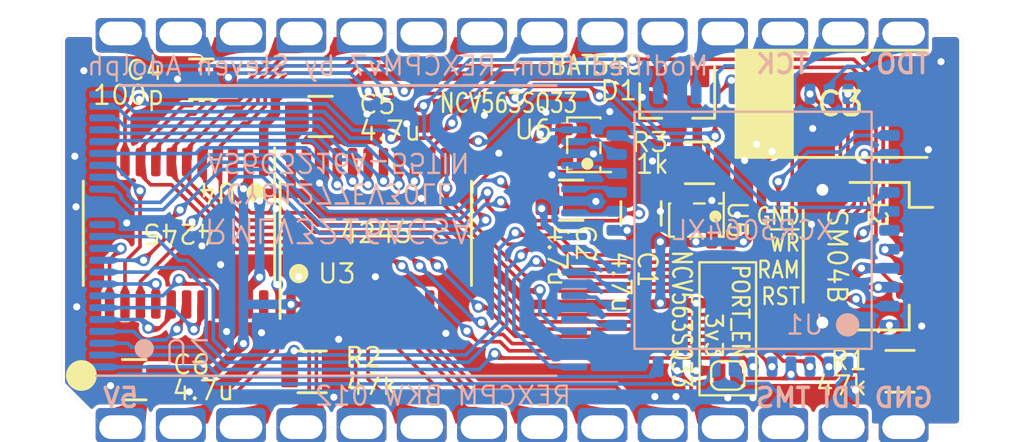
<source format=kicad_pcb>
(kicad_pcb (version 20240108) (generator "pcbnew") (generator_version "8.0")
  (title_block (title "REXCPM BKW") (date "2023-11-06") (rev "012") (company "Brian K. White - b.kenyon.w@gmail.com") (comment 1 "Original design: Steve Adolph"))
  (layers (0 "F.Cu" signal "Top") (31 "B.Cu" signal "Bottom") (34 "B.Paste" user) (35 "F.Paste" user) (36 "B.SilkS" user "B.Silkscreen") (37 "F.SilkS" user "F.Silkscreen") (38 "B.Mask" user) (39 "F.Mask" user) (44 "Edge.Cuts" user))
  (net 0 "")
  (net 1 "GND")
  (net 2 "+3V3")
  (net 3 "Net-(C3-Pad1)")
  (net 4 "VBUS")
  (net 5 "/RAM_RST")
  (net 6 "/PORT_EN")
  (net 9 "/SRAM_CS2")
  (net 10 "/SRAM_OE")
  (net 12 "/SRAM_A7")
  (net 13 "/SRAM_WE")
  (net 14 "/SRAM_A8")
  (net 15 "/SRAM_A11")
  (net 16 "/BUS_A10")
  (net 17 "/BUS_A11")
  (net 18 "/~{BUS_WR}")
  (net 20 "/~{BUS_OE}")
  (net 21 "/RAM")
  (net 22 "VMEM")
  (net 23 "/~{BUS_CS}")
  (net 24 "/SRAM_A17")
  (net 25 "+VSW")
  (net 26 "/SRAM_A14")
  (net 27 "/SRAM_A15")
  (net 28 "/SRAM_A10")
  (net 29 "/SRAM_A12")
  (net 30 "/SRAM_A19")
  (net 31 "/SRAM_A20")
  (net 32 "/SRAM_A18")
  (net 33 "/BUS_A13")
  (net 34 "/BUS_A12")
  (net 35 "/BUS_A14")
  (net 36 "/BUS_A7")
  (net 37 "/BUS_A6")
  (net 38 "/BUS_A5")
  (net 39 "/BUS_A4")
  (net 40 "/BUS_A3")
  (net 41 "/BUS_A2")
  (net 42 "/BUS_A1")
  (net 43 "/BUS_A0")
  (net 44 "/BUS_AD0")
  (net 45 "/BUS_AD4")
  (net 46 "/BUS_AD6")
  (net 47 "/BUS_AD7")
  (net 48 "/BUS_A9")
  (net 49 "/BUS_A8")
  (net 50 "/BUS_AD5{slash}TCK")
  (net 51 "/BUS_AD3{slash}TDO")
  (net 52 "/BUS_AD2{slash}TDI")
  (net 53 "/SRAM_A13")
  (net 54 "/BUS_AD1{slash}TMS")
  (net 55 "/SRAM_A16")
  (net 56 "/SRAM_A21")
  (net 57 "/SRAM_A0")
  (net 58 "/SRAM_A1")
  (net 59 "/SRAM_A2")
  (net 60 "/SRAM_A3")
  (net 61 "/SRAM_A4")
  (net 62 "/SRAM_A5")
  (net 63 "/SRAM_A6")
  (net 64 "/SRAM_A9")
  (net 65 "/SRAM_D7")
  (net 66 "/SRAM_D6")
  (net 67 "/SRAM_D5")
  (net 68 "/SRAM_D4")
  (net 69 "/SRAM_D3")
  (net 70 "/SRAM_D2")
  (net 71 "/SRAM_D1")
  (net 72 "/SRAM_D0")
  (footprint "000_LOCAL:SOT-23" (layer "F.Cu") (at 144.178 93.7006 -90)
    (property "Reference" "D1")
    (property "Value" "BAT54C")
  )
  (footprint "000_LOCAL:TSSOP-24_4.4x7.8mm_P0.65mm" (layer "F.Cu") (at 123.1684 99.312 -90)
    (property "Reference" "U4")
    (property "Value" "4245")
  )
  (footprint "000_LOCAL:SC-82AB" (layer "F.Cu") (at 140.241 95.5802 180)
    (property "Reference" "U6")
    (property "Value" "NCV563SQ33")
  )
  (footprint "000_LOCAL:CP_7343-43" (layer "F.Cu") (at 151.0684 93.853)
    (property "Reference" "C3")
    (property "Value" "1000u")
  )
  (footprint "000_LOCAL:SC-82AB" (layer "F.Cu") (at 144.9908 98.7552 -90)
    (property "Reference" "U5")
    (property "Value" "NCV563SQ33")
  )
  (footprint "000_LOCAL:TSSOP-24_4.4x7.8mm_P0.65mm" (layer "F.Cu") (at 131.4684 99.312 90)
    (property "Reference" "U3")
    (property "Value" "4245")
  )
  (footprint "000_LOCAL:C_0805" (layer "F.Cu") (at 121.2832 105.4862 180)
    (property "Reference" "C6")
    (property "Value" "4.7u")
  )
  (footprint "000_LOCAL:C_0805" (layer "F.Cu") (at 129.1412 94.3864)
    (property "Reference" "C5")
    (property "Value" "4.7u")
  )
  (footprint "000_LOCAL:JST_SH_SM04B-SRSS-TB_1x04-1MP_P1.00mm_Horizontal" (layer "F.Cu") (at 152.179 100.2792 -90)
    (property "Reference" "J2")
    (property "Value" "SM04B")
  )
  (footprint "000_LOCAL:C_0805" (layer "F.Cu") (at 124.112 92.8116 180)
    (property "Reference" "C4")
    (property "Value" "100p")
  )
  (footprint "000_LOCAL:R_0805" (layer "F.Cu") (at 128.7856 105.156)
    (property "Reference" "R2")
    (property "Value" "47k")
  )
  (footprint "000_LOCAL:Molex78802_PCB_28_slots" (layer "F.Cu") (at 137.2184 99.187 90)
    (property "Reference" "J1" (hide yes))
    (property "Value" "Tandy_100_102_200_option_rom" (hide yes))
    (fp_line (start 8 -19) (end -6.5 -19) (stroke (width 0.01)) (layer "Edge.Cuts"))
    (fp_line (start -6.5 -19) (end -8.3 -17.2) (stroke (width 0.01)) (layer "Edge.Cuts"))
    (fp_line (start -8.3 -17.2) (end -8.3 18.7) (stroke (width 0.01)) (layer "Edge.Cuts"))
    (fp_line (start 8.3 18.7) (end 8.3 -18.7) (stroke (width 0.01)) (layer "Edge.Cuts"))
    (fp_line (start -8 19) (end 8 19) (stroke (width 0.01)) (layer "Edge.Cuts"))
    (fp_arc (start 8 -19) (mid 8.212132 -18.912132) (end 8.3 -18.7) (stroke (width 0.01)) (layer "Edge.Cuts"))
    (fp_arc (start 8.3 18.7) (mid 8.212132 18.912132) (end 8 19) (stroke (width 0.01)) (layer "Edge.Cuts"))
    (fp_arc (start -8 19) (mid -8.212132 18.912132) (end -8.3 18.7) (stroke (width 0.01)) (layer "Edge.Cuts"))
  )
  (footprint "000_LOCAL:C_0805" (layer "F.Cu") (at 142.654 98.4758 90)
    (property "Reference" "C1")
    (property "Value" "4.7u")
  )
  (footprint "000_LOCAL:R_0805" (layer "F.Cu") (at 145.1178 96.3422)
    (property "Reference" "R3")
    (property "Value" "1k")
  )
  (footprint "000_LOCAL:SolderJumper_1mm_2p_open" (layer "F.Cu") (at 146.3116 105.3084 180)
    (property "Reference" "JP1" (hide yes))
    (property "Value" "PORT_EN")
  )
  (footprint "000_LOCAL:C_0805" (layer "F.Cu") (at 139.7076 97.917)
    (property "Reference" "C2")
    (property "Value" "4.7u")
  )
  (footprint "000_LOCAL:R_0805" (layer "F.Cu") (at 153.576 105.1306)
    (property "Reference" "R1")
    (property "Value" "47k")
  )
  (footprint "000_LOCAL:TSOP-48" (layer "B.Cu") (at 129.8846 99.199)
    (property "Reference" "U2")
    (property "Value" "RMLV3216AGSA")
  )
  (footprint "000_LOCAL:VQFP44" (layer "B.Cu") (at 147.3784 99.187 90)
    (property "Reference" "U1")
    (property "Value" "XCR3064XL" (hide yes))
  )
  (gr_rect (start 145.1178 100.5332) (end 147.5054 106.1466) (stroke (width 0.1)) (fill none) (layer "F.SilkS"))
  (gr_circle (center 119.0574 105.3084) (end 119.6924 105.3084) (stroke (width 0.0254)) (fill solid) (layer "F.SilkS"))
  (gr_text "${TITLE} ${REVISION}" (at 134.2974 106.172 0) (layer "B.SilkS") (effects (font (size 0.8 0.8) (thickness 0.1)) (justify mirror)))
  (gr_text "5V" (at 120.7084 106.2482 0) (layer "B.SilkS") (effects (font (size 0.8 0.8) (thickness 0.15) (bold yes)) (justify mirror)))
  (gr_text "TMS" (at 148.6484 106.2482 0) (layer "B.SilkS") (effects (font (size 0.8 0.8) (thickness 0.15) (bold yes)) (justify mirror)))
  (gr_text "CY61277EV30LL\nAS6C3216A-55TIN" (at 129.8884 98.087 180) (layer "B.SilkS") (effects (font (size 0.8 0.8) (thickness 0.1)) (justify top mirror)))
  (gr_text "TCK" (at 148.623 92.1766 0) (layer "B.SilkS") (effects (font (size 0.8 0.8) (thickness 0.15) (bold yes)) (justify mirror)))
  (gr_text "GND" (at 153.7284 106.2482 0) (layer "B.SilkS") (effects (font (size 0.8 0.8)) (justify mirror)))
  (gr_text "TDO" (at 153.703 92.1766 0) (layer "B.SilkS") (effects (font (size 0.8 0.8) (thickness 0.15) (bold yes)) (justify mirror)))
  (gr_text "Modified from REXCPMv7 by Steven Adolph" (at 132.3924 92.2528 0) (layer "B.SilkS") (effects (font (size 0.8 0.8) (thickness 0.1) (bold yes)) (justify mirror)))
  (gr_text "TDI" (at 151.1884 106.2482 0) (layer "B.SilkS") (effects (font (size 0.8 0.8)) (justify mirror)))
  (gr_text "3v3" (at 145.7274 104.612999 -90) (layer "F.SilkS") (effects (font (size 0.7 0.7) (thickness 0.1) (bold yes)) (justify right)))
  (gr_text "PORT_EN" (at 146.845 104.6226 270) (layer "F.SilkS") (effects (font (size 0.7 0.6) (thickness 0.1) (bold yes)) (justify right)))
  (gr_text "GND\n~{WR}\nRAM\nRST" (at 149.4184 100.287 0) (layer "F.SilkS") (effects (font (size 0.7 0.6) (thickness 0.1) (bold yes)) (justify right)))
  (via (at 125.1788 103.4542) (size 0.5) (drill 0.3) (layers "F.Cu" "B.Cu") (net 1))
  (via (at 145.6408 97.9302) (size 0.5) (drill 0.3) (layers "F.Cu" "B.Cu") (net 1))
  (via (at 146.7184 98.537) (size 0.5) (drill 0.3) (layers "F.Cu" "B.Cu") (net 1))
  (via (at 124.9248 100.6348) (size 0.5) (drill 0.3) (layers "F.Cu" "B.Cu") (net 1))
  (via (at 138.8948 96.8502) (size 0.5) (drill 0.3) (layers "F.Cu" "B.Cu") (net 1))
  (via (at 143.4684 98.387) (size 0.5) (drill 0.3) (layers "F.Cu" "B.Cu") (net 1))
  (via (at 141.3332 94.1832) (size 0.5) (drill 0.3) (layers "F.Cu" "B.Cu") (net 1))
  (via (at 147.0228 96.2406) (size 0.5) (drill 0.3) (layers "F.Cu" "B.Cu") (net 1))
  (via (at 149.893 94.8944) (size 0.5) (drill 0.3) (layers "F.Cu" "B.Cu") (net 1))
  (via (at 140.749 97.9678) (size 0.5) (drill 0.3) (layers "F.Cu" "B.Cu") (net 1))
  (via (at 124.1384 99.847) (size 0.5) (drill 0.3) (layers "F.Cu" "B.Cu") (net 1))
  (via (at 142.7048 93.5736) (size 0.5) (drill 0.3) (layers "F.Cu" "B.Cu") (net 1))
  (via (at 133.383 97.8408) (size 0.5) (drill 0.3) (layers "F.Cu" "B.Cu") (net 1))
  (via (at 144.1272 106.1974) (size 0.5) (drill 0.3) (layers "F.Cu" "B.Cu") (net 1))
  (via (at 120.2832 105.7402) (size 0.5) (drill 0.3) (layers "F.Cu" "B.Cu") (net 1))
  (via (at 120.9684 98.877) (size 0.5) (drill 0.3) (layers "F.Cu" "B.Cu") (net 1))
  (via (at 131.097 94.2848) (size 0.5) (drill 0.3) (layers "F.Cu" "B.Cu") (net 1))
  (via (at 129.0984 97.197) (size 0.5) (drill 0.3) (layers "F.Cu" "B.Cu") (net 1))
  (via (at 150.304 103.0792) (size 0.8) (drill 0.5) (layers "F.Cu" "B.Cu") (net 1))
  (via (at 146.3116 106.2482) (size 0.5) (drill 0.3) (layers "F.Cu" "B.Cu") (net 1))
  (via (at 132.7734 94.6912) (size 0.5) (drill 0.3) (layers "F.Cu" "B.Cu") (net 1))
  (via (at 129.9032 103.7844) (size 0.5) (drill 0.3) (layers "F.Cu" "B.Cu") (net 1))
  (via (at 143.2382 106.1974) (size 0.5) (drill 0.3) (layers "F.Cu" "B.Cu") (net 1))
  (via (at 140.6474 95.9612) (size 0.5) (drill 0.3) (layers "F.Cu" "B.Cu") (net 1))
  (via (at 147.3784 106.2482) (size 0.5) (drill 0.3) (layers "F.Cu" "B.Cu") (net 1))
  (via (at 131.4526 101.1428) (size 0.5) (drill 0.3) (layers "F.Cu" "B.Cu") (net 1))
  (via (at 155.3032 92.075) (size 0.5) (drill 0.3) (layers "F.Cu" "B.Cu") (net 1))
  (via (at 138.6408 94.2086) (size 0.5) (drill 0.3) (layers "F.Cu" "B.Cu") (net 1))
  (via (at 149.8422 98.933) (size 0.5) (drill 0.3) (layers "F.Cu" "B.Cu") (net 1))
  (via (at 134.4244 103.5304) (size 0.5) (drill 0.3) (layers "F.Cu" "B.Cu") (net 1))
  (via (at 136.05 94.3356) (size 0.5) (drill 0.3) (layers "F.Cu" "B.Cu") (net 1))
  (via (at 129.7 106.2228) (size 0.5) (drill 0.3) (layers "F.Cu" "B.Cu") (net 1))
  (via (at 136.6596 95.9358) (size 0.5) (drill 0.3) (layers "F.Cu" "B.Cu") (net 1))
  (via (at 154.7698 95.7834) (size 0.5) (drill 0.3) (layers "F.Cu" "B.Cu") (net 1))
  (via (at 119.159 92.456) (size 0.5) (drill 0.3) (layers "F.Cu" "B.Cu") (net 1))
  (via (at 118.8574 102.412) (size 0.5) (drill 0.3) (layers "F.Cu" "B.Cu") (net 1))
  (via (at 143.1366 96.266) (size 0.5) (drill 0.3) (layers "F.Cu" "B.Cu") (net 1))
  (via (at 151.6964 105.918) (size 0.5) (drill 0.3) (layers "F.Cu" "B.Cu") (net 1))
  (via (at 118.778 96.0628) (size 0.5) (drill 0.3) (layers "F.Cu" "B.Cu") (net 1))
  (via (at 118.8288 98.1964) (size 0.5) (drill 0.3) (layers "F.Cu" "B.Cu") (net 1))
  (via (at 128.2268 101.1428) (size 0.5) (drill 0.3) (layers "F.Cu" "B.Cu") (net 1))
  (via (at 150.304 97.4792) (size 0.8) (drill 0.5) (layers "F.Cu" "B.Cu") (net 1))
  (via (at 126.652 103.505) (size 0.5) (drill 0.3) (layers "F.Cu" "B.Cu") (net 1))
  (via (at 154.4904 103.2256) (size 0.5) (drill 0.3) (layers "F.Cu" "B.Cu") (net 1))
  (via (at 123.604 105.9942) (size 0.5) (drill 0.3) (layers "F.Cu" "B.Cu") (net 1))
  (via (at 123.112 92.8116) (size 0.5) (drill 0.3) (layers "F.Cu" "B.Cu") (net 1))
  (segment (start 134.145 98.5266) (end 129.192 98.5266) (width 0.4) (layer "F.Cu") (net 2))
  (segment (start 146.972 99.6696) (end 147.734 98.9076) (width 0.4) (layer "F.Cu") (net 2))
  (segment (start 151.5946 101.1428) (end 149.0548 101.1428) (width 0.4) (layer "F.Cu") (net 2))
  (segment (start 137.9296 102.3112) (end 134.145 98.5266) (width 0.4) (layer "F.Cu") (net 2))
  (segment (start 147.734 96.304) (end 148.1784 95.8596) (width 0.4) (layer "F.Cu") (net 2))
  (segment (start 143.4684 99.6696) (end 144.2514 99.6696) (width 0.4) (layer "F.Cu") (net 2))
  (segment (start 144.9784 102.2604) (end 143.4684 102.2604) (width 0.4) (layer "F.Cu") (net 2))
  (segment (start 128.2903 97.6249) (end 126.8882 97.6249) (width 0.4) (layer "F.Cu") (net 2))
  (segment (start 143.4176 102.3112) (end 137.9296 102.3112) (width 0.4) (layer "F.Cu") (net 2))
  (segment (start 126.7434 102.312) (end 126.0934 102.312) (width 0.4) (layer "F.Cu") (net 2))
  (segment (start 129.192 98.5266) (end 128.2903 97.6249) (width 0.4) (layer "F.Cu") (net 2))
  (segment (start 127.8934 97.6249) (end 127.8934 94.6342) (width 0.4) (layer "F.Cu") (net 2))
  (segment (start 126.5656 101.1682) (end 126.0934 101.6404) (width 0.4) (layer "F.Cu") (net 2))
  (segment (start 144.9684 99.6696) (end 144.4302 99.6696) (width 0.4) (layer "F.Cu") (net 2))
  (segment (start 144.9784 105.1052) (end 145.7584 105.1052) (width 0.4) (layer "F.Cu") (net 2))
  (segment (start 144.4302 99.6696) (end 144.3408 99.5802) (width 0.4) (layer "F.Cu") (net 2))
  (segment (start 151.9504 100.787) (end 151.5946 101.1428) (width 0.4) (layer "F.Cu") (net 2))
  (segment (start 142.551 99.6696) (end 143.4684 99.6696) (width 0.4) (layer "F.Cu") (net 2))
  (segment (start 143.4684 102.2604) (end 143.4176 102.3112) (width 0.4) (layer "F.Cu") (net 2))
  (segment (start 126.0934 101.6404) (end 126.0934 102.312) (width 0.4) (layer "F.Cu") (net 2))
  (segment (start 147.734 98.9076) (end 147.734 96.304) (width 0.4) (layer "F.Cu") (net 2))
  (segment (start 142.0684 99.187) (end 142.551 99.6696) (width 0.4) (layer "F.Cu") (net 2))
  (segment (start 126.8882 97.6249) (end 126.5707 97.9424) (width 0.4) (layer "F.Cu") (net 2))
  (segment (start 128.5434 96.312) (end 127.8934 96.312) (width 0.4) (layer "F.Cu") (net 2))
  (segment (start 144.2514 99.6696) (end 144.3408 99.5802) (width 0.4) (layer "F.Cu") (net 2))
  (segment (start 126.5758 101.1682) (end 126.5656 101.1682) (width 0.4) (layer "F.Cu") (net 2))
  (segment (start 126.5707 101.1631) (end 126.5758 101.1682) (width 0.4) (layer "F.Cu") (net 2))
  (segment (start 127.8934 94.6342) (end 128.1412 94.3864) (width 0.4) (layer "F.Cu") (net 2))
  (segment (start 145.7584 105.1052) (end 145.9616 105.3084) (width 0.4) (layer "F.Cu") (net 2))
  (segment (start 149.0548 101.1428) (end 147.9372 102.2604) (width 0.4) (layer "F.Cu") (net 2))
  (segment (start 147.9372 102.2604) (end 144.9784 102.2604) (width 0.4) (layer "F.Cu") (net 2))
  (via (at 151.9504 100.787) (size 0.5) (drill 0.3) (layers "F.Cu" "B.Cu") (net 2))
  (via (at 146.972 99.6696) (size 0.5) (drill 0.3) (layers "F.Cu" "B.Cu") (net 2))
  (via (at 126.5707 101.1631) (size 0.5) (drill 0.3) (layers "F.Cu" "B.Cu") (net 2))
  (via (at 148.1784 95.8596) (size 0.5) (drill 0.3) (layers "F.Cu" "B.Cu") (net 2))
  (via (at 143.4684 102.2604) (size 0.5) (drill 0.3) (layers "F.Cu" "B.Cu") (net 2))
  (via (at 144.9784 102.2604) (size 0.5) (drill 0.3) (layers "F.Cu" "B.Cu") (net 2))
  (via (at 143.4684 99.6696) (size 0.5) (drill 0.3) (layers "F.Cu" "B.Cu") (net 2))
  (via (at 126.5707 97.9424) (size 0.5) (drill 0.3) (layers "F.Cu" "B.Cu") (net 2))
  (via (at 144.9784 105.1052) (size 0.5) (drill 0.3) (layers "F.Cu" "B.Cu") (net 2))
  (via (at 142.0684 99.187) (size 0.5) (drill 0.3) (layers "F.Cu" "B.Cu") (net 2))
  (via (at 144.9684 99.6696) (size 0.5) (drill 0.3) (layers "F.Cu" "B.Cu") (net 2))
  (segment (start 148.1784 95.8596) (end 148.1784 93.437) (width 0.4) (layer "B.Cu") (net 2))
  (segment (start 142.0684 99.187) (end 141.6284 99.187) (width 0.4) (layer "B.Cu") (net 2))
  (segment (start 143.4684 99.6696) (end 143.4684 102.2604) (width 0.4) (layer "B.Cu") (net 2))
  (segment (start 151.9504 100.787) (end 153.1284 100.787) (width 0.4) (layer "B.Cu") (net 2))
  (segment (start 126.5707 97.9424) (end 126.5707 101.1631) (width 0.4) (layer "B.Cu") (net 2))
  (segment (start 144.9684 99.6696) (end 146.972 99.6696) (width 0.4) (layer "B.Cu") (net 2))
  (segment (start 144.9784 102.2604) (end 144.9784 105.1052) (width 0.4) (layer "B.Cu") (net 2))
  (segment (start 146.0678 96.266) (end 146.0678 95.9764) (width 0.4) (layer "F.Cu") (net 3))
  (segment (start 146.0678 95.9764) (end 147.9559 94.0883) (width 0.4) (layer "F.Cu") (net 3))
  (segment (start 147.9559 94.0883) (end 147.9559 93.853) (width 0.4) (layer "F.Cu") (net 3))
  (segment (start 127.2362 94.2592) (end 127.2362 93.6498) (width 0.4) (layer "F.Cu") (net 4))
  (segment (start 145.0258 97.1962) (end 145.0258 94.015) (width 0.4) (layer "F.Cu") (net 4))
  (segment (start 122.588 105.1814) (end 124.6708 105.1814) (width 0.4) (layer "F.Cu") (net 4))
  (segment (start 126.0934 97.231) (end 126.0934 96.312) (width 0.4) (layer "F.Cu") (net 4))
  (segment (start 144.228 93.7006) (end 143.228 92.7006) (width 0.4) (layer "F.Cu") (net 4))
  (segment (start 126.0934 96.312) (end 126.7434 96.312) (width 0.4) (layer "F.Cu") (net 4))
  (segment (start 122.2832 105.6132) (end 120.7084 107.188) (width 0.4) (layer "F.Cu") (net 4))
  (segment (start 127.8934 102.312) (end 128.5434 102.312) (width 0.1524) (layer "F.Cu") (net 4))
  (segment (start 127.2362 93.6498) (end 127.8966 92.9894) (width 0.4) (layer "F.Cu") (net 4))
  (segment (start 125.89 97.4344) (end 126.0934 97.231) (width 0.4) (layer "F.Cu") (net 4))
  (segment (start 143.212 92.6846) (end 143.228 92.7006) (width 0.4) (layer "F.Cu") (net 4))
  (segment (start 124.6708 105.1814) (end 125.89 103.9622) (width 0.4) (layer "F.Cu") (net 4))
  (segment (start 145.0258 94.015) (end 144.7114 93.7006) (width 0.4) (layer "F.Cu") (net 4))
  (segment (start 122.2832 105.4862) (end 122.2832 105.6132) (width 0.4) (layer "F.Cu") (net 4))
  (segment (start 130.8938 92.6846) (end 143.212 92.6846) (width 0.4) (layer "F.Cu") (net 4))
  (segment (start 144.3908 97.8312) (end 145.0258 97.1962) (width 0.4) (layer "F.Cu") (net 4))
  (segment (start 122.2832 105.4862) (end 122.588 105.1814) (width 0.4) (layer "F.Cu") (net 4))
  (segment (start 126.7434 96.312) (end 126.7434 94.752) (width 0.4) (layer "F.Cu") (net 4))
  (segment (start 130.589 92.9894) (end 130.8938 92.6846) (width 0.4) (layer "F.Cu") (net 4))
  (segment (start 127.8966 92.9894) (end 130.589 92.9894) (width 0.4) (layer "F.Cu") (net 4))
  (segment (start 120.7084 107.188) (end 120.7084 107.487) (width 0.4) (layer "F.Cu") (net 4))
  (segment (start 144.7114 93.7006) (end 144.228 93.7006) (width 0.4) (layer "F.Cu") (net 4))
  (segment (start 126.7434 94.752) (end 127.2362 94.2592) (width 0.4) (layer "F.Cu") (net 4))
  (via (at 125.89 97.4344) (size 0.5) (drill 0.3) (layers "F.Cu" "B.Cu") (net 4))
  (via (at 127.8966 102.3112) (size 0.5) (drill 0.3) (layers "F.Cu" "B.Cu") (net 4))
  (via (at 125.89 103.9622) (size 0.5) (drill 0.3) (layers "F.Cu" "B.Cu") (net 4))
  (segment (start 125.89 97.4344) (end 125.89 102.3112) (width 0.4) (layer "B.Cu") (net 4))
  (segment (start 125.89 102.3112) (end 127.8966 102.3112) (width 0.4) (layer "B.Cu") (net 4))
  (segment (start 125.89 102.3112) (end 125.89 103.9622) (width 0.4) (layer "B.Cu") (net 4))
  (segment (start 145.5118 92.3168) (end 145.128 92.7006) (width 0.1524) (layer "F.Cu") (net 5))
  (segment (start 152.433 99.7204) (end 152.56 99.5934) (width 0.1524) (layer "F.Cu") (net 5))
  (segment (start 153.4236 101.5746) (end 152.433 100.584) (width 0.1524) (layer "F.Cu") (net 5))
  (segment (start 152.56 93.345) (end 151.5318 92.3168) (width 0.1524) (layer "F.Cu") (net 5))
  (segment (start 153.9744 101.5746) (end 153.4236 101.5746) (width 0.1524) (layer "F.Cu") (net 5))
  (segment (start 152.433 100.584) (end 152.433 99.7204) (width 0.1524) (layer "F.Cu") (net 5))
  (segment (start 151.5318 92.3168) (end 145.5118 92.3168) (width 0.1524) (layer "F.Cu") (net 5))
  (segment (start 154.179 101.7792) (end 153.9744 101.5746) (width 0.1524) (layer "F.Cu") (net 5))
  (segment (start 152.56 99.5934) (end 152.56 93.345) (width 0.1524) (layer "F.Cu") (net 5))
  (segment (start 147.0482 105.4354) (end 146.8212 105.6624) (width 0.1524) (layer "F.Cu") (net 6))
  (segment (start 148.8006 105.4354) (end 148.9784 105.2576) (width 0.1524) (layer "F.Cu") (net 6))
  (segment (start 146.7886 105.4354) (end 148.8006 105.4354) (width 0.1524) (layer "F.Cu") (net 6))
  (segment (start 146.6616 105.3084) (end 146.7886 105.4354) (width 0.1524) (layer "F.Cu") (net 6))
  (segment (start 147.0482 105.4354) (end 146.8212 105.2084) (width 0.1524) (layer "F.Cu") (net 6))
  (segment (start 149.1562 105.4354) (end 150.8328 105.4354) (width 0.1524) (layer "F.Cu") (net 6))
  (segment (start 151.1376 105.1306) (end 152.626 105.1306) (width 0.1524) (layer "F.Cu") (net 6))
  (segment (start 150.8328 105.4354) (end 151.1376 105.1306) (width 0.1524) (layer "F.Cu") (net 6))
  (segment (start 148.9784 105.2576) (end 149.1562 105.4354) (width 0.1524) (layer "F.Cu") (net 6))
  (via (at 148.9784 105.2576) (size 0.5) (drill 0.3) (layers "F.Cu" "B.Cu") (net 6))
  (segment (start 148.9784 105.2576) (end 148.9784 104.937) (width 0.1524) (layer "B.Cu") (net 6))
  (segment (start 147.7086 95.377) (end 147.5308 95.5548) (width 0.1524) (layer "F.Cu") (net 9))
  (segment (start 147.3276 100.5332) (end 149.0294 98.8314) (width 0.1524) (layer "F.Cu") (net 9))
  (segment (start 138.7424 99.3902) (end 139.8854 100.5332) (width 0.1524) (layer "F.Cu") (net 9))
  (segment (start 148.4706 95.377) (end 147.7086 95.377) (width 0.1524) (layer "F.Cu") (net 9))
  (segment (start 149.0294 95.9358) (end 148.4706 95.377) (width 0.1524) (layer "F.Cu") (net 9))
  (segment (start 149.0294 98.8314) (end 149.0294 95.9358) (width 0.1524) (layer "F.Cu") (net 9))
  (segment (start 128.0236 104.267) (end 128.0236 104.968) (width 0.1524) (layer "F.Cu") (net 9))
  (segment (start 139.8854 100.5332) (end 147.3276 100.5332) (width 0.1524) (layer "F.Cu") (net 9))
  (segment (start 128.0236 104.968) (end 127.8356 105.156) (width 0.1524) (layer "F.Cu") (net 9))
  (segment (start 137.447 99.3902) (end 138.7424 99.3902) (width 0.1524) (layer "F.Cu") (net 9))
  (segment (start 137.3454 99.2886) (end 137.447 99.3902) (width 0.1524) (layer "F.Cu") (net 9))
  (via (at 147.5308 95.5548) (size 0.5) (drill 0.3) (layers "F.Cu" "B.Cu") (net 9))
  (via (at 137.3454 99.2886) (size 0.5) (drill 0.3) (layers "F.Cu" "B.Cu") (net 9))
  (via (at 128.0236 104.267) (size 0.5) (drill 0.3) (layers "F.Cu" "B.Cu") (net 9))
  (segment (start 125.255 104.4448) (end 124.62 103.8098) (width 0.1524) (layer "B.Cu") (net 9))
  (segment (start 128.2014 104.4448) (end 135.2626 104.4448) (width 0.1524) (layer "B.Cu") (net 9))
  (segment (start 128.0236 104.267) (end 128.2014 104.4448) (width 0.1524) (layer "B.Cu") (net 9))
  (segment (start 124.62 103.8098) (end 124.62 101.5492) (width 0.1524) (layer "B.Cu") (net 9))
  (segment (start 127.8458 104.4448) (end 125.255 104.4448) (width 0.1524) (layer "B.Cu") (net 9))
  (segment (start 135.2626 104.4448) (end 136.685 103.0224) (width 0.1524) (layer "B.Cu") (net 9))
  (segment (start 128.0236 104.267) (end 127.8458 104.4448) (width 0.1524) (layer "B.Cu") (net 9))
  (segment (start 123.5278 100.457) (end 123.1684 100.457) (width 0.1524) (layer "B.Cu") (net 9))
  (segment (start 147.5308 93.5894) (end 147.3784 93.437) (width 0.1524) (layer "B.Cu") (net 9))
  (segment (start 136.685 99.949) (end 137.3454 99.2886) (width 0.1524) (layer "B.Cu") (net 9))
  (segment (start 124.62 101.5492) (end 123.5278 100.457) (width 0.1524) (layer "B.Cu") (net 9))
  (segment (start 123.1684 100.457) (end 122.1604 99.449) (width 0.1524) (layer "B.Cu") (net 9))
  (segment (start 122.1604 99.449) (end 119.9346 99.449) (width 0.1524) (layer "B.Cu") (net 9))
  (segment (start 136.685 103.0224) (end 136.685 99.949) (width 0.1524) (layer "B.Cu") (net 9))
  (segment (start 147.5308 95.5548) (end 147.5308 93.5894) (width 0.1524) (layer "B.Cu") (net 9))
  (segment (start 136.939 96.5962) (end 136.4092 96.5962) (width 0.1524) (layer "F.Cu") (net 10))
  (segment (start 136.4092 96.5962) (end 135.669 97.3364) (width 0.1524) (layer "F.Cu") (net 10))
  (segment (start 121.5434 101.342) (end 121.5434 102.312) (width 0.1524) (layer "F.Cu") (net 10))
  (segment (start 123.1484 99.737) (end 121.5434 101.342) (width 0.1524) (layer "F.Cu") (net 10))
  (segment (start 135.669 97.3364) (end 135.669 98.3234) (width 0.1524) (layer "F.Cu") (net 10))
  (segment (start 135.669 98.3234) (end 136.1008 98.7552) (width 0.1524) (layer "F.Cu") (net 10))
  (segment (start 123.7234 98.822) (end 123.1484 99.397) (width 0.1524) (layer "F.Cu") (net 10))
  (segment (start 123.1484 99.397) (end 123.1484 99.737) (width 0.1524) (layer "F.Cu") (net 10))
  (segment (start 138.4122 95.123) (end 136.939 96.5962) (width 0.1524) (layer "F.Cu") (net 10))
  (via (at 138.4122 95.123) (size 0.5) (drill 0.3) (layers "F.Cu" "B.Cu") (net 10))
  (via (at 136.1008 98.7552) (size 0.5) (drill 0.3) (layers "F.Cu" "B.Cu") (net 10))
  (via (at 123.7234 98.822) (size 0.5) (drill 0.3) (layers "F.Cu" "B.Cu") (net 10))
  (segment (start 129.0904 99.314) (end 135.542 99.314) (width 0.1524) (layer "B.Cu") (net 10))
  (segment (start 126.7028 96.9264) (end 129.0904 99.314) (width 0.1524) (layer "B.Cu") (net 10))
  (segment (start 135.542 99.314) (end 136.1008 98.7552) (width 0.1524) (layer "B.Cu") (net 10))
  (segment (start 138.4122 95.123) (end 138.5862 94.949) (width 0.1524) (layer "B.Cu") (net 10))
  (segment (start 125.619 96.9264) (end 126.7028 96.9264) (width 0.1524) (layer "B.Cu") (net 10))
  (segment (start 138.5862 94.949) (end 139.8346 94.949) (width 0.1524) (layer "B.Cu") (net 10))
  (segment (start 123.7234 98.822) (end 125.619 96.9264) (width 0.1524) (layer "B.Cu") (net 10))
  (segment (start 121.5284 97.517) (end 121.5284 99.877) (width 0.1524) (layer "F.Cu") (net 12))
  (segment (start 120.8934 100.512) (end 120.8934 102.312) (width 0.1524) (layer "F.Cu") (net 12))
  (segment (start 121.5284 99.877) (end 120.8934 100.512) (width 0.1524) (layer "F.Cu") (net 12))
  (via (at 121.5284 97.517) (size 0.5) (drill 0.3) (layers "F.Cu" "B.Cu") (net 12))
  (segment (start 121.5284 97.517) (end 120.5284 96.517) (width 0.1524) (layer "B.Cu") (net 12))
  (segment (start 120.5284 96.517) (end 120.0026 96.517) (width 0.1524) (layer "B.Cu") (net 12))
  (segment (start 120.0026 96.517) (end 119.9346 96.449) (width 0.1524) (layer "B.Cu") (net 12))
  (segment (start 120.2434 100.424) (end 120.2434 102.312) (width 0.1524) (layer "F.Cu") (net 13))
  (segment (start 120.7184 99.949) (end 120.2434 100.424) (width 0.1524) (layer "F.Cu") (net 13))
  (via (at 120.7184 99.949) (size 0.5) (drill 0.3) (layers "F.Cu" "B.Cu") (net 13))
  (segment (start 120.7184 99.949) (end 119.9346 99.949) (width 0.3) (layer "B.Cu") (net 13))
  (segment (start 122.1934 101.4476) (end 122.1934 102.312) (width 0.1524) (layer "F.Cu") (net 14))
  (via (at 122.1934 101.4476) (size 0.5) (drill 0.3) (layers "F.Cu" "B.Cu") (net 14))
  (segment (start 122.1934 101.4476) (end 122.192 101.449) (width 0.1524) (layer "B.Cu") (net 14))
  (segment (start 122.192 101.449) (end 119.9346 101.449) (width 0.1524) (layer "B.Cu") (net 14))
  (segment (start 122.7184 102.437) (end 122.8434 102.312) (width 0.1524) (layer "F.Cu") (net 15))
  (segment (start 122.7184 102.9428) (end 122.7184 102.437) (width 0.1524) (layer "F.Cu") (net 15))
  (segment (start 122.3594 103.3018) (end 122.7184 102.9428) (width 0.1524) (layer "F.Cu") (net 15))
  (segment (start 121.8768 103.3018) (end 122.3594 103.3018) (width 0.1524) (layer "F.Cu") (net 15))
  (via (at 121.8768 103.3018) (size 0.5) (drill 0.3) (layers "F.Cu" "B.Cu") (net 15))
  (segment (start 121.8768 103.3018) (end 121.524 102.949) (width 0.1524) (layer "B.Cu") (net 15))
  (segment (start 121.524 102.949) (end 119.9346 102.949) (width 0.1524) (layer "B.Cu") (net 15))
  (segment (start 137.7518 102.743) (end 133.9672 98.9584) (width 0.1524) (layer "F.Cu") (net 16))
  (segment (start 133.9672 98.9584) (end 129.0142 98.9584) (width 0.1524) (layer "F.Cu") (net 16))
  (segment (start 128.5062 98.4504) (end 127.4394 98.4504) (width 0.1524) (layer "F.Cu") (net 16))
  (segment (start 125.4434 96.312) (end 125.3184 96.437) (width 0.1524) (layer "F.Cu") (net 16))
  (segment (start 125.255 106.3498) (end 124.6456 106.3498) (width 0.1524) (layer "F.Cu") (net 16))
  (segment (start 127.3124 101.473) (end 127.3124 104.2924) (width 0.1524) (layer "F.Cu") (net 16))
  (segment (start 127.4394 98.4504) (end 127.2616 98.2726) (width 0.1524) (layer "F.Cu") (net 16))
  (segment (start 125.3184 96.437) (end 125.3184 97.574) (width 0.1524) (layer "F.Cu") (net 16))
  (segment (start 148.0642 102.743) (end 137.7518 102.743) (width 0.1524) (layer "F.Cu") (net 16))
  (segment (start 124.6456 106.3498) (end 123.5084 107.487) (width 0.1524) (layer "F.Cu") (net 16))
  (segment (start 149.2202 101.587) (end 148.0642 102.743) (width 0.1524) (layer "F.Cu") (net 16))
  (segment (start 123.5084 107.487) (end 123.2484 107.487) (width 0.1524) (layer "F.Cu") (net 16))
  (segment (start 127.0838 98.4504) (end 127.2616 98.2726) (width 0.1524) (layer "F.Cu") (net 16))
  (segment (start 152.6616 101.587) (end 149.2202 101.587) (width 0.1524) (layer "F.Cu") (net 16))
  (segment (start 129.0142 98.9584) (end 128.5062 98.4504) (width 0.1524) (layer "F.Cu") (net 16))
  (segment (start 125.3184 97.574) (end 126.1948 98.4504) (width 0.1524) (layer "F.Cu") (net 16))
  (segment (start 127.3124 104.2924) (end 125.255 106.3498) (width 0.1524) (layer "F.Cu") (net 16))
  (segment (start 126.1948 98.4504) (end 127.0838 98.4504) (width 0.1524) (layer "F.Cu") (net 16))
  (via (at 127.3124 101.473) (size 0.5) (drill 0.3) (layers "F.Cu" "B.Cu") (net 16))
  (via (at 152.6616 101.587) (size 0.5) (drill 0.3) (layers "F.Cu" "B.Cu") (net 16))
  (via (at 127.2616 98.2726) (size 0.5) (drill 0.3) (layers "F.Cu" "B.Cu") (net 16))
  (segment (start 127.3124 98.3234) (end 127.2616 98.2726) (width 0.1524) (layer "B.Cu") (net 16))
  (segment (start 127.3124 101.473) (end 127.3124 98.3234) (width 0.1524) (layer "B.Cu") (net 16))
  (segment (start 152.6616 101.587) (end 153.1284 101.587) (width 0.1524) (layer "B.Cu") (net 16))
  (segment (start 127.7188 92.5576) (end 126.8044 93.472) (width 0.1524) (layer "F.Cu") (net 17))
  (segment (start 140.794 90.887) (end 139.4282 92.2528) (width 0.1524) (layer "F.Cu") (net 17))
  (segment (start 130.4112 92.5576) (end 127.7188 92.5576) (width 0.1524) (layer "F.Cu") (net 17))
  (segment (start 126.8044 93.472) (end 126.8044 93.9546) (width 0.1524) (layer "F.Cu") (net 17))
  (segment (start 126.0678 98.7552) (end 124.9184 97.6058) (width 0.1524) (layer "F.Cu") (net 17))
  (segment (start 124.9184 97.6058) (end 124.9184 96.437) (width 0.1524) (layer "F.Cu") (net 17))
  (segment (start 133.8148 99.2632) (end 128.8872 99.2632) (width 0.1524) (layer "F.Cu") (net 17))
  (segment (start 124.9248 95.6183) (end 124.9248 96.1806) (width 0.1524) (layer "F.Cu") (net 17))
  (segment (start 124.9248 96.1806) (end 124.7934 96.312) (width 0.1524) (layer "F.Cu") (net 17))
  (segment (start 126.0932 94.6658) (end 125.8773 94.6658) (width 0.1524) (layer "F.Cu") (net 17))
  (segment (start 141.0284 90.887) (end 140.794 90.887) (width 0.1524) (layer "F.Cu") (net 17))
  (segment (start 128.8872 99.2632) (end 128.3792 98.7552) (width 0.1524) (layer "F.Cu") (net 17))
  (segment (start 149.1564 102.0826) (end 148.1912 103.0478) (width 0.1524) (layer "F.Cu") (net 17))
  (segment (start 126.8044 93.9546) (end 126.0932 94.6658) (width 0.1524) (layer "F.Cu") (net 17))
  (segment (start 148.1912 103.0478) (end 137.5994 103.0478) (width 0.1524) (layer "F.Cu") (net 17))
  (segment (start 151.7218 102.0826) (end 149.1564 102.0826) (width 0.1524) (layer "F.Cu") (net 17))
  (segment (start 128.3792 98.7552) (end 126.0678 98.7552) (width 0.1524) (layer "F.Cu") (net 17))
  (segment (start 125.8773 94.6658) (end 124.9248 95.6183) (width 0.1524) (layer "F.Cu") (net 17))
  (segment (start 137.5994 103.0478) (end 133.8148 99.2632) (width 0.1524) (layer "F.Cu") (net 17))
  (segment (start 124.9184 96.437) (end 124.7934 96.312) (width 0.1524) (layer "F.Cu") (net 17))
  (segment (start 139.4282 92.2528) (end 130.716 92.2528) (width 0.1524) (layer "F.Cu") (net 17))
  (segment (start 130.716 92.2528) (end 130.4112 92.5576) (width 0.1524) (layer "F.Cu") (net 17))
  (via (at 151.7218 102.0826) (size 0.5) (drill 0.3) (layers "F.Cu" "B.Cu") (net 17))
  (segment (start 152.0262 102.387) (end 153.1284 102.387) (width 0.1524) (layer "B.Cu") (net 17))
  (segment (start 151.7218 102.0826) (end 152.0262 102.387) (width 0.1524) (layer "B.Cu") (net 17))
  (segment (start 152.8648 93.218) (end 152.8648 99.0854) (width 0.1524) (layer "F.Cu") (net 18))
  (segment (start 142.2984 92.012) (end 142.337 91.9734) (width 0.1524) (layer "F.Cu") (net 18))
  (segment (start 121.4984 93.667) (end 120.8934 94.272) (width 0.1524) (layer "F.Cu") (net 18))
  (segment (start 153.3474 99.568) (end 153.9678 99.568) (width 0.1524) (layer "F.Cu") (net 18))
  (segment (start 151.6202 91.9734) (end 152.8648 93.218) (width 0.1524) (layer "F.Cu") (net 18))
  (segment (start 134.6784 94.6658) (end 134.2212 95.123) (width 0.1524) (layer "F.Cu") (net 18))
  (segment (start 120.8934 94.272) (end 120.8934 96.312) (width 0.1524) (layer "F.Cu") (net 18))
  (segment (start 133.9672 95.123) (end 133.7894 95.3008) (width 0.1524) (layer "F.Cu") (net 18))
  (segment (start 153.9678 99.568) (end 154.179 99.7792) (width 0.1524) (layer "F.Cu") (net 18))
  (segment (start 142.337 91.9734) (end 151.6202 91.9734) (width 0.1524) (layer "F.Cu") (net 18))
  (segment (start 133.7894 95.3008) (end 132.113 95.3008) (width 0.1524) (layer "F.Cu") (net 18))
  (segment (start 134.2212 95.123) (end 133.9672 95.123) (width 0.1524) (layer "F.Cu") (net 18))
  (segment (start 152.8648 99.0854) (end 153.3474 99.568) (width 0.1524) (layer "F.Cu") (net 18))
  (via (at 142.2984 92.012) (size 0.5) (drill 0.3) (layers "F.Cu" "B.Cu") (net 18))
  (via (at 121.4984 93.667) (size 0.5) (drill 0.3) (layers "F.Cu" "B.Cu") (net 18))
  (via (at 132.113 95.3008) (size 0.5) (drill 0.3) (layers "F.Cu" "B.Cu") (net 18))
  (via (at 134.6784 94.6658) (size 0.5) (drill 0.3) (layers "F.Cu" "B.Cu") (net 18))
  (segment (start 137.5994 91.9734) (end 137.2692 92.3036) (width 0.1524) (layer "B.Cu") (net 18))
  (segment (start 130.502 94.9706) (end 131.7828 94.9706) (width 0.1524) (layer "B.Cu") (net 18))
  (segment (start 134.6784 94.4372) (end 134.6784 94.6658) (width 0.1524) (layer "B.Cu") (net 18))
  (segment (start 131.7828 94.9706) (end 132.113 95.3008) (width 0.1524) (layer "B.Cu") (net 18))
  (segment (start 136.812 92.3036) (end 134.6784 94.4372) (width 0.1524) (layer "B.Cu") (net 18))
  (segment (start 121.4984 93.667) (end 121.6844 93.853) (width 0.1524) (layer "B.Cu") (net 18))
  (segment (start 121.6844 93.853) (end 129.3844 93.853) (width 0.1524) (layer "B.Cu") (net 18))
  (segment (start 142.2598 91.9734) (end 137.5994 91.9734) (width 0.1524) (layer "B.Cu") (net 18))
  (segment (start 142.2984 92.012) (end 142.2598 91.9734) (width 0.1524) (layer "B.Cu") (net 18))
  (segment (start 129.3844 93.853) (end 130.502 94.9706) (width 0.1524) (layer "B.Cu") (net 18))
  (segment (start 137.2692 92.3036) (end 136.812 92.3036) (width 0.1524) (layer "B.Cu") (net 18))
  (segment (start 147.8356 101.7524) (end 139.225 101.7524) (width 0.1524) (layer "F.Cu") (net 20))
  (segment (start 138.5646 101.092) (end 137.7518 101.092) (width 0.1524) (layer "F.Cu") (net 20))
  (segment (start 122.3086 95.5968) (end 122.3086 96.1968) (width 0.1524) (layer "F.Cu") (net 20))
  (segment (start 125.112 92.8116) (end 124.6962 93.2274) (width 0.1524) (layer "F.Cu") (net 20))
  (segment (start 148.877 100.711) (end 147.8356 101.7524) (width 0.1524) (layer "F.Cu") (net 20))
  (segment (start 133.3068 94.107) (end 133.4846 93.9292) (width 0.1524) (layer "F.Cu") (net 20))
  (segment (start 152.0266 99.2886) (end 150.6042 100.711) (width 0.1524) (layer "F.Cu") (net 20))
  (segment (start 131.9352 94.107) (end 133.3068 94.107) (width 0.1524) (layer "F.Cu") (net 20))
  (segment (start 150.6042 100.711) (end 148.877 100.711) (width 0.1524) (layer "F.Cu") (net 20))
  (segment (start 124.6962 93.4212) (end 123.8304 94.287) (width 0.1524) (layer "F.Cu") (net 20))
  (segment (start 124.6962 93.2274) (end 124.6962 93.4212) (width 0.1524) (layer "F.Cu") (net 20))
  (segment (start 139.225 101.7524) (end 138.5646 101.092) (width 0.1524) (layer "F.Cu") (net 20))
  (segment (start 122.3086 96.1968) (end 122.1934 96.312) (width 0.1524) (layer "F.Cu") (net 20))
  (segment (start 123.8304 94.287) (end 123.6184 94.287) (width 0.1524) (layer "F.Cu") (net 20))
  (segment (start 131.1478 93.3196) (end 131.9352 94.107) (width 0.1524) (layer "F.Cu") (net 20))
  (segment (start 137.7518 101.092) (end 134.4498 97.79) (width 0.1524) (layer "F.Cu") (net 20))
  (segment (start 134.4498 97.79) (end 134.4498 97.409) (width 0.1524) (layer "F.Cu") (net 20))
  (segment (start 123.6184 94.287) (end 122.3086 95.5968) (width 0.1524) (layer "F.Cu") (net 20))
  (via (at 133.4846 93.9292) (size 0.5) (drill 0.3) (layers "F.Cu" "B.Cu") (net 20))
  (via (at 152.0266 99.2886) (size 0.5) (drill 0.3) (layers "F.Cu" "B.Cu") (net 20))
  (via (at 125.255 92.7354) (size 0.5) (drill 0.3) (layers "F.Cu" "B.Cu") (net 20))
  (via (at 134.4498 97.409) (size 0.5) (drill 0.3) (layers "F.Cu" "B.Cu") (net 20))
  (via (at 131.1478 93.3196) (size 0.5) (drill 0.3) (layers "F.Cu" "B.Cu") (net 20))
  (segment (start 137.1422 91.9988) (end 138.254 90.887) (width 0.1524) (layer "B.Cu") (net 20))
  (segment (start 125.255 92.7354) (end 125.4328 92.5576) (width 0.1524) (layer "B.Cu") (net 20))
  (segment (start 130.3858 92.5576) (end 131.1478 93.3196) (width 0.1524) (layer "B.Cu") (net 20))
  (segment (start 138.254 90.887) (end 138.4884 90.887) (width 0.1524) (layer "B.Cu") (net 20))
  (segment (start 133.51 95.1992) (end 133.51 93.9292) (width 0.1524) (layer "B.Cu") (net 20))
  (segment (start 135.4404 91.9988) (end 137.1422 91.9988) (width 0.1524) (layer "B.Cu") (net 20))
  (segment (start 134.4498 96.139) (end 133.51 95.1992) (width 0.1524) (layer "B.Cu") (net 20))
  (segment (start 125.4328 92.5576) (end 130.3858 92.5576) (width 0.1524) (layer "B.Cu") (net 20))
  (segment (start 152.9282 98.387) (end 153.1284 98.387) (width 0.1524) (layer "B.Cu") (net 20))
  (segment (start 134.4498 97.409) (end 134.4498 96.139) (width 0.1524) (layer "B.Cu") (net 20))
  (segment (start 133.51 93.9292) (end 135.4404 91.9988) (width 0.1524) (layer "B.Cu") (net 20))
  (segment (start 152.0266 99.2886) (end 152.9282 98.387) (width 0.1524) (layer "B.Cu") (net 20))
  (segment (start 154.179 100.7792) (end 153.7204 100.7792) (width 0.1524) (layer "F.Cu") (net 21))
  (segment (start 153.7204 100.7792) (end 152.941 99.9998) (width 0.1524) (layer "F.Cu") (net 21))
  (via (at 152.941 99.9998) (size 0.5) (drill 0.3) (layers "F.Cu" "B.Cu") (net 21))
  (segment (start 138.7076 98.028) (end 138.463 98.2726) (width 0.4) (layer "F.Cu") (net 22))
  (segment (start 139.225 95.1212) (end 139.225 95.2881) (width 0.4) (layer "F.Cu") (net 22))
  (segment (start 138.7076 97.7806) (end 138.7076 98.028) (width 0.4) (layer "F.Cu") (net 22))
  (segment (start 138.2598 96.2533) (end 138.2598 97.3328) (width 0.4) (layer "F.Cu") (net 22))
  (segment (start 139.416 94.9302) (end 139.225 95.1212) (width 0.4) (layer "F.Cu") (net 22))
  (segment (start 138.2598 97.3328) (end 138.7076 97.7806) (width 0.4) (layer "F.Cu") (net 22))
  (segment (start 139.225 95.2881) (end 138.2598 96.2533) (width 0.4) (layer "F.Cu") (net 22))
  (via (at 138.463 98.2726) (size 0.5) (drill 0.3) (layers "F.Cu" "B.Cu") (net 22))
  (segment (start 139.0806 99.449) (end 139.8346 99.449) (width 0.3) (layer "B.Cu") (net 22))
  (segment (start 138.5646 98.3742) (end 138.5646 98.933) (width 0.3) (layer "B.Cu") (net 22))
  (segment (start 138.5646 98.933) (end 139.0806 99.449) (width 0.3) (layer "B.Cu") (net 22))
  (segment (start 138.463 98.2726) (end 138.5646 98.3742) (width 0.3) (layer "B.Cu") (net 22))
  (segment (start 140.495 93.1164) (end 132.875 93.1164) (width 0.1524) (layer "F.Cu") (net 23))
  (segment (start 140.9014 93.5228) (end 140.495 93.1164) (width 0.1524) (layer "F.Cu") (net 23))
  (segment (start 132.875 93.1164) (end 132.6718 93.3196) (width 0.1524) (layer "F.Cu") (net 23))
  (via (at 132.6718 93.3196) (size 0.5) (drill 0.3) (layers "F.Cu" "B.Cu") (net 23))
  (via (at 140.9014 93.5228) (size 0.5) (drill 0.3) (layers "F.Cu" "B.Cu") (net 23))
  (segment (start 141.4856 93.5228) (end 143.3652 95.4024) (width 0.1524) (layer "B.Cu") (net 23))
  (segment (start 152.2806 98.2218) (end 152.9154 97.587) (width 0.1524) (layer "B.Cu") (net 23))
  (segment (start 131.3002 91.948) (end 124.366 91.948) (width 0.1524) (layer "B.Cu") (net 23))
  (segment (start 132.6718 93.3196) (end 131.3002 91.948) (width 0.1524) (layer "B.Cu") (net 23))
  (segment (start 145.194 95.4024) (end 148.0134 98.2218) (width 0.1524) (layer "B.Cu") (net 23))
  (segment (start 148.0134 98.2218) (end 152.2806 98.2218) (width 0.1524) (layer "B.Cu") (net 23))
  (segment (start 143.3652 95.4024) (end 145.194 95.4024) (width 0.1524) (layer "B.Cu") (net 23))
  (segment (start 140.9014 93.5228) (end 141.4856 93.5228) (width 0.1524) (layer "B.Cu") (net 23))
  (segment (start 152.9154 97.587) (end 153.1284 97.587) (width 0.1524) (layer "B.Cu") (net 23))
  (segment (start 124.366 91.948) (end 123.6294 91.2114) (width 0.1524) (layer "B.Cu") (net 23))
  (segment (start 141.6888 98.7806) (end 138.0947 98.7806) (width 0.1524) (layer "F.Cu") (net 24))
  (segment (start 142.5778 98.4758) (end 141.9936 98.4758) (width 0.1524) (layer "F.Cu") (net 24))
  (segment (start 137.2946 97.6708) (end 136.7358 97.112) (width 0.1524) (layer "F.Cu") (net 24))
  (segment (start 141.9936 98.4758) (end 141.6888 98.7806) (width 0.1524) (layer "F.Cu") (net 24))
  (segment (start 137.2946 97.9805) (end 137.2946 97.6708) (width 0.1524) (layer "F.Cu") (net 24))
  (segment (start 138.0947 98.7806) (end 137.2946 97.9805) (width 0.1524) (layer "F.Cu") (net 24))
  (via (at 136.7358 97.112) (size 0.5) (drill 0.3) (layers "F.Cu" "B.Cu") (net 24))
  (via (at 142.5778 98.4758) (size 0.5) (drill 0.3) (layers "F.Cu" "B.Cu") (net 24))
  (segment (start 142.4 95.6056) (end 142.1206 95.3262) (width 0.1524) (layer "B.Cu") (net 24))
  (segment (start 135.669 97.3836) (end 135.9738 97.0788) (width 0.1524) (layer "B.Cu") (net 24))
  (segment (start 141.7676 95.3262) (end 141.6284 95.187) (width 0.1524) (layer "B.Cu") (net 24))
  (segment (start 134.907 98.3996) (end 135.669 97.6376) (width 0.1524) (layer "B.Cu") (net 24))
  (segment (start 135.669 97.6376) (end 135.669 97.3836) (width 0.1524) (layer "B.Cu") (net 24))
  (segment (start 142.5778 98.4758) (end 142.4 98.298) (width 0.1524) (layer "B.Cu") (net 24))
  (segment (start 121.3284 98.007) (end 122.3884 98.007) (width 0.1524) (layer "B.Cu") (net 24))
  (segment (start 142.4 98.298) (end 142.4 95.6056) (width 0.1524) (layer "B.Cu") (net 24))
  (segment (start 121.0384 97.527) (end 121.0384 97.717) (width 0.1524) (layer "B.Cu") (net 24))
  (segment (start 124.3834 96.012) (end 127.0838 96.012) (width 0.1524) (layer "B.Cu") (net 24))
  (segment (start 121.0384 97.717) (end 121.3284 98.007) (width 0.1524) (layer "B.Cu") (net 24))
  (segment (start 142.1206 95.3262) (end 141.7676 95.3262) (width 0.1524) (layer "B.Cu") (net 24))
  (segment (start 122.3884 98.007) (end 124.3834 96.012) (width 0.1524) (layer "B.Cu") (net 24))
  (segment (start 119.9346 96.949) (end 120.0026 97.017) (width 0.1524) (layer "B.Cu") (net 24))
  (segment (start 129.4714 98.3996) (end 134.907 98.3996) (width 0.1524) (layer "B.Cu") (net 24))
  (segment (start 120.5284 97.017) (end 121.0384 97.527) (width 0.1524) (layer "B.Cu") (net 24))
  (segment (start 135.9738 97.0788) (end 136.7026 97.0788) (width 0.1524) (layer "B.Cu") (net 24))
  (segment (start 136.7026 97.0788) (end 136.7358 97.112) (width 0.1524) (layer "B.Cu") (net 24))
  (segment (start 120.0026 97.017) (end 120.5284 97.017) (width 0.1524) (layer "B.Cu") (net 24))
  (segment (start 127.0838 96.012) (end 129.4714 98.3996) (width 0.1524) (layer "B.Cu") (net 24))
  (segment (start 144.178 94.7764) (end 143.9742 94.9802) (width 0.4) (layer "F.Cu") (net 25))
  (segment (start 144.178 94.7006) (end 144.178 94.7764) (width 0.4) (layer "F.Cu") (net 25))
  (segment (start 144.1678 96.3422) (end 144.1678 95.1738) (width 0.4) (layer "F.Cu") (net 25))
  (segment (start 143.9742 94.9802) (end 144.1678 95.1738) (width 0.4) (layer "F.Cu") (net 25))
  (segment (start 141.066 94.9802) (end 143.9742 94.9802) (width 0.4) (layer "F.Cu") (net 25))
  (segment (start 124.874 105.3592) (end 123.9638 104.449) (width 0.1524) (layer "B.Cu") (net 26))
  (segment (start 143.3784 105.137) (end 143.1562 105.3592) (width 0.1524) (layer "B.Cu") (net 26))
  (segment (start 143.3784 104.937) (end 143.3784 105.137) (width 0.1524) (layer "B.Cu") (net 26))
  (segment (start 143.1562 105.3592) (end 124.874 105.3592) (width 0.1524) (layer "B.Cu") (net 26))
  (segment (start 123.9638 104.449) (end 119.9346 104.449) (width 0.1524) (layer "B.Cu") (net 26))
  (segment (start 124.032 104.949) (end 119.9346 104.949) (width 0.1524) (layer "B.Cu") (net 27))
  (segment (start 145.6258 105.3338) (end 145.2956 105.664) (width 0.1524) (layer "B.Cu") (net 27))
  (segment (start 145.6258 105.0896) (end 145.6258 105.3338) (width 0.1524) (layer "B.Cu") (net 27))
  (segment (start 145.2956 105.664) (end 124.747 105.664) (width 0.1524) (layer "B.Cu") (net 27))
  (segment (start 145.7784 104.937) (end 145.6258 105.0896) (width 0.1524) (layer "B.Cu") (net 27))
  (segment (start 124.747 105.664) (end 124.032 104.949) (width 0.1524) (layer "B.Cu") (net 27))
  (segment (start 124.0184 103.147) (end 124.0184 102.437) (width 0.1524) (layer "F.Cu") (net 28))
  (segment (start 124.0184 102.437) (end 124.1434 102.312) (width 0.1524) (layer "F.Cu") (net 28))
  (segment (start 123.7984 103.367) (end 124.0184 103.147) (width 0.1524) (layer "F.Cu") (net 28))
  (via (at 123.7984 103.367) (size 0.5) (drill 0.3) (layers "F.Cu" "B.Cu") (net 28))
  (segment (start 122.8804 102.449) (end 119.9346 102.449) (width 0.1524) (layer "B.Cu") (net 28))
  (segment (start 123.7984 103.367) (end 122.8804 102.449) (width 0.1524) (layer "B.Cu") (net 28))
  (segment (start 123.0784 103.227) (end 123.3684 102.937) (width 0.1524) (layer "F.Cu") (net 29))
  (segment (start 123.3684 102.437) (end 123.4934 102.312) (width 0.1524) (layer "F.Cu") (net 29))
  (segment (start 123.0784 103.357) (end 123.0784 103.227) (width 0.1524) (layer "F.Cu") (net 29))
  (segment (start 123.3684 102.937) (end 123.3684 102.437) (width 0.1524) (layer "F.Cu") (net 29))
  (via (at 123.0784 103.357) (size 0.5) (drill 0.3) (layers "F.Cu" "B.Cu") (net 29))
  (segment (start 122.6256 103.8098) (end 121.6212 103.8098) (width 0.1524) (layer "B.Cu") (net 29))
  (segment (start 121.2604 103.449) (end 119.9346 103.449) (width 0.1524) (layer "B.Cu") (net 29))
  (segment (start 123.0784 103.357) (end 122.6256 103.8098) (width 0.1524) (layer "B.Cu") (net 29))
  (segment (start 121.6212 103.8098) (end 121.2604 103.449) (width 0.1524) (layer "B.Cu") (net 29))
  (segment (start 138.4884 99.9998) (end 137.8534 99.9998) (width 0.1524) (layer "F.Cu") (net 30))
  (segment (start 151.3784 93.437) (end 151.3784 96.202) (width 0.1524) (layer "F.Cu") (net 30))
  (segment (start 150.0454 100.1014) (end 148.623 100.1014) (width 0.1524) (layer "F.Cu") (net 30))
  (segment (start 151.9504 98.1964) (end 150.0454 100.1014) (width 0.1524) (layer "F.Cu") (net 30))
  (segment (start 151.9504 96.774) (end 151.9504 98.1964) (width 0.1524) (layer "F.Cu") (net 30))
  (segment (start 137.8534 99.9998) (end 137.5994 100.2538) (width 0.1524) (layer "F.Cu") (net 30))
  (segment (start 139.6314 101.1428) (end 138.4884 99.9998) (width 0.1524) (layer "F.Cu") (net 30))
  (segment (start 147.5816 101.1428) (end 139.6314 101.1428) (width 0.1524) (layer "F.Cu") (net 30))
  (segment (start 148.623 100.1014) (end 147.5816 101.1428) (width 0.1524) (layer "F.Cu") (net 30))
  (segment (start 151.3784 96.202) (end 151.9504 96.774) (width 0.1524) (layer "F.Cu") (net 30))
  (via (at 151.3784 93.437) (size 0.5) (drill 0.3) (layers "F.Cu" "B.Cu") (net 30))
  (via (at 137.5994 100.2538) (size 0.5) (drill 0.3) (layers "F.Cu" "B.Cu") (net 30))
  (segment (start 121.9364 100.949) (end 119.9346 100.949) (width 0.1524) (layer "B.Cu") (net 30))
  (segment (start 124.3152 101.6762) (end 123.4008 100.7618) (width 0.1524) (layer "B.Cu") (net 30))
  (segment (start 136.9898 103.1494) (end 135.3896 104.7496) (width 0.1524) (layer "B.Cu") (net 30))
  (segment (start 135.3896 104.7496) (end 125.128 104.7496) (width 0.1524) (layer "B.Cu") (net 30))
  (segment (start 125.128 104.7496) (end 124.3152 103.9368) (width 0.1524) (layer "B.Cu") (net 30))
  (segment (start 136.9898 100.8634) (end 136.9898 103.1494) (width 0.1524) (layer "B.Cu") (net 30))
  (segment (start 124.3152 103.9368) (end 124.3152 101.6762) (width 0.1524) (layer "B.Cu") (net 30))
  (segment (start 122.1236 100.7618) (end 121.9364 100.949) (width 0.1524) (layer "B.Cu") (net 30))
  (segment (start 123.4008 100.7618) (end 122.1236 100.7618) (width 0.1524) (layer "B.Cu") (net 30))
  (segment (start 137.5994 100.2538) (end 136.9898 100.8634) (width 0.1524) (layer "B.Cu") (net 30))
  (segment (start 148.4452 97.1296) (end 148.4452 98.9838) (width 0.1524) (layer "F.Cu") (net 31))
  (segment (start 122.5484 98.997) (end 123.2184 98.327) (width 0.1524) (layer "F.Cu") (net 31))
  (segment (start 148.4452 98.9838) (end 147.2006 100.2284) (width 0.1524) (layer "F.Cu") (net 31))
  (segment (start 122.5484 99.579) (end 122.5484 98.997) (width 0.1524) (layer "F.Cu") (net 31))
  (segment (start 136.8312 97.987) (end 136.7358 97.987) (width 0.1524) (layer "F.Cu") (net 31))
  (segment (start 138.8694 99.0854) (end 137.9296 99.0854) (width 0.1524) (layer "F.Cu") (net 31))
  (segment (start 121.6784 100.449) (end 122.5484 99.579) (width 0.1524) (layer "F.Cu") (net 31))
  (segment (start 140.0124 100.2284) (end 138.8694 99.0854) (width 0.1524) (layer "F.Cu") (net 31))
  (segment (start 137.9296 99.0854) (end 136.8312 97.987) (width 0.1524) (layer "F.Cu") (net 31))
  (segment (start 147.2006 100.2284) (end 140.0124 100.2284) (width 0.1524) (layer "F.Cu") (net 31))
  (via (at 121.6784 100.449) (size 0.5) (drill 0.3) (layers "F.Cu" "B.Cu") (net 31))
  (via (at 148.4452 97.1296) (size 0.5) (drill 0.3) (layers "F.Cu" "B.Cu") (net 31))
  (via (at 123.2184 98.327) (size 0.5) (drill 0.3) (layers "F.Cu" "B.Cu") (net 31))
  (via (at 136.7358 97.987) (size 0.5) (drill 0.3) (layers "F.Cu" "B.Cu") (net 31))
  (segment (start 126.8298 96.6216) (end 129.2174 99.0092) (width 0.1524) (layer "B.Cu") (net 31))
  (segment (start 129.2174 99.0092) (end 135.161 99.0092) (width 0.1524) (layer "B.Cu") (net 31))
  (segment (start 148.4452 97.1296) (end 149.6898 95.885) (width 0.1524) (layer "B.Cu") (net 31))
  (segment (start 136.628 98.0948) (end 136.7358 97.987) (width 0.1524) (layer "B.Cu") (net 31))
  (segment (start 151.7086 95.187) (end 153.1284 95.187) (width 0.1524) (layer "B.Cu") (net 31))
  (segment (start 121.6784 100.449) (end 119.9346 100.449) (width 0.1524) (layer "B.Cu") (net 31))
  (segment (start 149.6898 95.885) (end 151.0106 95.885) (width 0.1524) (layer "B.Cu") (net 31))
  (segment (start 136.0754 98.0948) (end 136.628 98.0948) (width 0.1524) (layer "B.Cu") (net 31))
  (segment (start 124.9238 96.6216) (end 126.8298 96.6216) (width 0.1524) (layer "B.Cu") (net 31))
  (segment (start 151.0106 95.885) (end 151.7086 95.187) (width 0.1524) (layer "B.Cu") (net 31))
  (segment (start 135.161 99.0092) (end 136.0754 98.0948) (width 0.1524) (layer "B.Cu") (net 31))
  (segment (start 123.2184 98.327) (end 124.9238 96.6216) (width 0.1524) (layer "B.Cu") (net 31))
  (segment (start 151.6456 96.901) (end 151.6456 98.0694) (width 0.1524) (layer "F.Cu") (net 32))
  (segment (start 137.6502 99.695) (end 137.574 99.7712) (width 0.1524) (layer "F.Cu") (net 32))
  (segment (start 147.4546 100.838) (end 139.7584 100.838) (width 0.1524) (layer "F.Cu") (net 32))
  (segment (start 136.7104 98.679) (end 136.177 98.1456) (width 0.1524) (layer "F.Cu") (net 32))
  (segment (start 137.0406 99.7712) (end 136.7104 99.441) (width 0.1524) (layer "F.Cu") (net 32))
  (segment (start 151.0614 96.3168) (end 151.6456 96.901) (width 0.1524) (layer "F.Cu") (net 32))
  (segment (start 148.496 99.7966) (end 147.4546 100.838) (width 0.1524) (layer "F.Cu") (net 32))
  (segment (start 136.7104 99.441) (end 136.7104 98.679) (width 0.1524) (layer "F.Cu") (net 32))
  (segment (start 149.7784 93.437) (end 151.0614 94.72) (width 0.1524) (layer "F.Cu") (net 32))
  (segment (start 149.9184 99.7966) (end 148.496 99.7966) (width 0.1524) (layer "F.Cu") (net 32))
  (segment (start 136.177 98.1456) (end 136.177 97.5868) (width 0.1524) (layer "F.Cu") (net 32))
  (segment (start 138.6154 99.695) (end 137.6502 99.695) (width 0.1524) (layer "F.Cu") (net 32))
  (segment (start 137.574 99.7712) (end 137.0406 99.7712) (width 0.1524) (layer "F.Cu") (net 32))
  (segment (start 139.7584 100.838) (end 138.6154 99.695) (width 0.1524) (layer "F.Cu") (net 32))
  (segment (start 151.0614 94.72) (end 151.0614 96.3168) (width 0.1524) (layer "F.Cu") (net 32))
  (segment (start 151.6456 98.0694) (end 149.9184 99.7966) (width 0.1524) (layer "F.Cu") (net 32))
  (via (at 149.7784 93.437) (size 0.5) (drill 0.3) (layers "F.Cu" "B.Cu") (net 32))
  (via (at 136.177 97.5868) (size 0.5) (drill 0.3) (layers "F.Cu" "B.Cu") (net 32))
  (segment (start 120.7284 97.837) (end 121.2084 98.317) (width 0.1524) (layer "B.Cu") (net 32))
  (segment (start 124.5086 96.3168) (end 126.9568 96.3168) (width 0.1524) (layer "B.Cu") (net 32))
  (segment (start 122.5084 98.317) (end 124.5086 96.3168) (width 0.1524) (layer "B.Cu") (net 32))
  (segment (start 121.2084 98.317) (end 122.5084 98.317) (width 0.1524) (layer "B.Cu") (net 32))
  (segment (start 135.034 98.7044) (end 136.1516 97.5868) (width 0.1524) (layer "B.Cu") (net 32))
  (segment (start 136.1516 97.5868) (end 136.177 97.5868) (width 0.1524) (layer "B.Cu") (net 32))
  (segment (start 119.9346 97.449) (end 120.0026 97.517) (width 0.1524) (layer "B.Cu") (net 32))
  (segment (start 129.3444 98.7044) (end 135.034 98.7044) (width 0.1524) (layer "B.Cu") (net 32))
  (segment (start 126.9568 96.3168) (end 129.3444 98.7044) (width 0.1524) (layer "B.Cu") (net 32))
  (segment (start 120.7284 97.722) (end 120.7284 97.837) (width 0.1524) (layer "B.Cu") (net 32))
  (segment (start 120.0026 97.517) (end 120.5234 97.517) (width 0.1524) (layer "B.Cu") (net 32))
  (segment (start 120.5234 97.517) (end 120.7284 97.722) (width 0.1524) (layer "B.Cu") (net 32))
  (segment (start 126.4996 93.345) (end 127.5918 92.2528) (width 0.1524) (layer "F.Cu") (net 33))
  (segment (start 134.6432 91.948) (end 135.7042 90.887) (width 0.1524) (layer "F.Cu") (net 33))
  (segment (start 124.2684 96.437) (end 124.1434 96.312) (width 0.1524) (layer "F.Cu") (net 33))
  (segment (start 137.4724 103.3526) (end 133.6878 99.568) (width 0.1524) (layer "F.Cu") (net 33))
  (segment (start 152.2262 104.0892) (end 148.9024 104.0892) (width 0.1524) (layer "F.Cu") (net 33))
  (segment (start 124.2644 96.191) (end 124.2644 95.6564) (width 0.1524) (layer "F.Cu") (net 33))
  (segment (start 135.7042 90.887) (end 135.9484 90.887) (width 0.1524) (layer "F.Cu") (net 33))
  (segment (start 127.5918 92.2528) (end 130.208 92.2528) (width 0.1524) (layer "F.Cu") (net 33))
  (segment (start 125.5852 94.3356) (end 125.9408 94.3356) (width 0.1524) (layer "F.Cu") (net 33))
  (segment (start 124.1434 96.312) (end 124.2644 96.191) (width 0.1524) (layer "F.Cu") (net 33))
  (segment (start 130.208 92.2528) (end 130.5128 91.948) (width 0.1524) (layer "F.Cu") (net 33))
  (segment (start 125.9408 99.06) (end 124.2684 97.3876) (width 0.1524) (layer "F.Cu") (net 33))
  (segment (start 133.6878 99.568) (end 128.7475 99.568) (width 0.1524) (layer "F.Cu") (net 33))
  (segment (start 124.2684 97.3876) (end 124.2684 96.437) (width 0.1524) (layer "F.Cu") (net 33))
  (segment (start 128.7475 99.568) (end 128.2395 99.06) (width 0.1524) (layer "F.Cu") (net 33))
  (segment (start 148.1658 103.3526) (end 137.4724 103.3526) (width 0.1524) (layer "F.Cu") (net 33))
  (segment (start 128.2395 99.06) (end 125.9408 99.06) (width 0.1524) (layer "F.Cu") (net 33))
  (segment (start 125.9408 94.3356) (end 126.4996 93.7768) (width 0.1524) (layer "F.Cu") (net 33))
  (segment (start 126.4996 93.7768) (end 126.4996 93.345) (width 0.1524) (layer "F.Cu") (net 33))
  (segment (start 153.1284 103.187) (end 152.2262 104.0892) (width 0.1524) (layer "F.Cu") (net 33))
  (segment (start 148.9024 104.0892) (end 148.1658 103.3526) (width 0.1524) (layer "F.Cu") (net 33))
  (segment (start 130.5128 91.948) (end 134.6432 91.948) (width 0.1524) (layer "F.Cu") (net 33))
  (segment (start 124.2644 95.6564) (end 125.5852 94.3356) (width 0.1524) (layer "F.Cu") (net 33))
  (via (at 153.1284 103.187) (size 0.5) (drill 0.3) (layers "F.Cu" "B.Cu") (net 33))
  (segment (start 150.0354 104.394) (end 148.7754 104.394) (width 0.1524) (layer "F.Cu") (net 34))
  (segment (start 125.2296 94.0308) (end 125.8138 94.0308) (width 0.1524) (layer "F.Cu") (net 34))
  (segment (start 136.1008 102.4128) (end 135.796 102.4128) (width 0.1524) (layer "F.Cu") (net 34))
  (segment (start 123.6294 96.176) (end 123.6294 95.631) (width 0.1524) (layer "F.Cu") (net 34))
  (segment (start 123.4934 96.312) (end 123.6294 96.176) (width 0.1524) (layer "F.Cu") (net 34))
  (segment (start 126.1948 93.6498) (end 126.1948 93.218) (width 0.1524) (layer "F.Cu") (net 34))
  (segment (start 123.6184 96.437) (end 123.4934 96.312) (width 0.1524) (layer "F.Cu") (net 34))
  (segment (start 148.0388 103.6574) (end 137.3454 103.6574) (width 0.1524) (layer "F.Cu") (net 34))
  (segment (start 128.6078 99.8728) (end 128.0998 99.3648) (width 0.1524) (layer "F.Cu") (net 34))
  (segment (start 127.4648 91.948) (end 129.573 91.948) (width 0.1524) (layer "F.Cu") (net 34))
  (segment (start 133.2542 99.8728) (end 128.6078 99.8728) (width 0.1524) (layer "F.Cu") (net 34))
  (segment (start 123.6294 95.631) (end 125.2296 94.0308) (width 0.1524) (layer "F.Cu") (net 34))
  (segment (start 128.0998 99.3648) (end 125.8138 99.3648) (width 0.1524) (layer "F.Cu") (net 34))
  (segment (start 125.8138 99.3648) (end 123.6184 97.1694) (width 0.1524) (layer "F.Cu") (net 34))
  (segment (start 126.1948 93.218) (end 127.4648 91.948) (width 0.1524) (layer "F.Cu") (net 34))
  (segment (start 130.634 90.887) (end 130.8684 90.887) (width 0.1524) (layer "F.Cu") (net 34))
  (segment (start 123.6184 97.1694) (end 123.6184 96.437) (width 0.1524) (layer "F.Cu") (net 34))
  (segment (start 148.7754 104.394) (end 148.0388 103.6574) (width 0.1524) (layer "F.Cu") (net 34))
  (segment (start 125.8138 94.0308) (end 126.1948 93.6498) (width 0.1524) (layer "F.Cu") (net 34))
  (segment (start 129.573 91.948) (end 130.634 90.887) (width 0.1524) (layer "F.Cu") (net 34))
  (segment (start 137.3454 103.6574) (end 136.1008 102.4128) (width 0.1524) (layer "F.Cu") (net 34))
  (segment (start 150.5784 104.937) (end 150.0354 104.394) (width 0.1524) (layer "F.Cu") (net 34))
  (segment (start 134.0684 100.687) (end 133.2542 99.8728) (width 0.1524) (layer "F.Cu") (net 34))
  (via (at 135.796 102.4128) (size 0.5) (drill 0.3) (layers "F.Cu" "B.Cu") (net 34))
  (via (at 134.0684 100.687) (size 0.5) (drill 0.3) (layers "F.Cu" "B.Cu") (net 34))
  (via (at 150.5784 104.937) (size 0.5) (drill 0.3) (layers "F.Cu" "B.Cu") (net 34))
  (segment (start 135.7942 102.4128) (end 134.0684 100.687) (width 0.1524) (layer "B.Cu") (net 34))
  (segment (start 135.796 102.4128) (end 135.7942 102.4128) (width 0.1524) (layer "B.Cu") (net 34))
  (segment (start 131.9098 93.3196) (end 132.3924 93.8022) (width 0.1524) (layer "F.Cu") (net 35))
  (segment (start 137.1676 93.4212) (end 137.3454 93.599) (width 0.1524) (layer "F.Cu") (net 35))
  (segment (start 132.3924 93.8022) (end 132.9004 93.8022) (width 0.1524) (layer "F.Cu") (net 35))
  (segment (start 132.9004 93.8022) (end 133.2814 93.4212) (width 0.1524) (layer "F.Cu") (net 35))
  (segment (start 145.7782 93.5482) (end 146.464 92.8624) (width 0.1524) (layer "F.Cu") (net 35))
  (segment (start 145.7782 95.2246) (end 145.7782 93.5482) (width 0.1524) (layer "F.Cu") (net 35))
  (segment (start 133.2814 93.4212) (end 137.1676 93.4212) (width 0.1524) (layer "F.Cu") (net 35))
  (via (at 145.7782 95.2246) (size 0.5) (drill 0.3) (layers "F.Cu" "B.Cu") (net 35))
  (via (at 137.3454 93.599) (size 0.5) (drill 0.3) (layers "F.Cu" "B.Cu") (net 35))
  (via (at 146.464 92.8624) (size 0.5) (drill 0.3) (layers "F.Cu" "B.Cu") (net 35))
  (via (at 131.9098 93.3196) (size 0.5) (drill 0.3) (layers "F.Cu" "B.Cu") (net 35))
  (segment (start 131.9098 93.3196) (end 130.843 92.2528) (width 0.1524) (layer "B.Cu") (net 35))
  (segment (start 130.843 92.2528) (end 122.3086 92.2528) (width 0.1524) (layer "B.Cu") (net 35))
  (segment (start 143.4922 95.0976) (end 141.4348 93.0402) (width 0.1524) (layer "B.Cu") (net 35))
  (segment (start 137.5867 93.599) (end 137.3454 93.599) (width 0.1524) (layer "B.Cu") (net 35))
  (segment (start 145.7782 95.2246) (end 145.6512 95.0976) (width 0.1524) (layer "B.Cu") (net 35))
  (segment (start 138.1455 93.0402) (end 137.5867 93.599) (width 0.1524) (layer "B.Cu") (net 35))
  (segment (start 145.6512 95.0976) (end 143.4922 95.0976) (width 0.1524) (layer "B.Cu") (net 35))
  (segment (start 141.4348 93.0402) (end 138.1455 93.0402) (width 0.1524) (layer "B.Cu") (net 35))
  (segment (start 122.3086 92.2528) (end 120.9428 90.887) (width 0.1524) (layer "B.Cu") (net 35))
  (segment (start 120.9428 90.887) (end 120.7084 90.887) (width 0.1524) (layer "B.Cu") (net 35))
  (segment (start 125.7884 107.487) (end 126.0482 107.487) (width 0.1524) (layer "F.Cu") (net 36))
  (segment (start 128.6586 103.3968) (end 129.0684 102.987) (width 0.1524) (layer "F.Cu") (net 36))
  (segment (start 129.0684 102.437) (end 129.1934 102.312) (width 0.1524) (layer "F.Cu") (net 36))
  (segment (start 126.0482 107.487) (end 127.3124 106.2228) (width 0.1524) (layer "F.Cu") (net 36))
  (segment (start 127.3124 106.2228) (end 128.3538 106.2228) (width 0.1524) (layer "F.Cu") (net 36))
  (segment (start 128.3538 106.2228) (end 128.6586 105.918) (width 0.1524) (layer "F.Cu") (net 36))
  (segment (start 129.0684 102.987) (end 129.0684 102.437) (width 0.1524) (layer "F.Cu") (net 36))
  (segment (start 128.6586 105.918) (end 128.6586 103.3968) (width 0.1524) (layer "F.Cu") (net 36))
  (segment (start 128.9634 103.742) (end 129.7184 102.987) (width 0.1524) (layer "F.Cu") (net 37))
  (segment (start 129.7184 102.437) (end 129.8434 102.312) (width 0.1524) (layer "F.Cu") (net 37))
  (segment (start 128.3284 107.487) (end 128.9634 106.852) (width 0.1524) (layer "F.Cu") (net 37))
  (segment (start 128.9634 106.852) (end 128.9634 103.742) (width 0.1524) (layer "F.Cu") (net 37))
  (segment (start 129.7184 102.987) (end 129.7184 102.437) (width 0.1524) (layer "F.Cu") (net 37))
  (segment (start 130.6184 102.437) (end 130.6184 107.237) (width 0.1524) (layer "F.Cu") (net 38))
  (segment (start 130.6184 107.237) (end 130.8684 107.487) (width 0.1524) (layer "F.Cu") (net 38))
  (segment (start 130.4934 102.312) (end 130.6184 102.437) (width 0.1524) (layer "F.Cu") (net 38))
  (segment (start 131.1434 105.4564) (end 133.174 107.487) (width 0.1524) (layer "F.Cu") (net 39))
  (segment (start 133.174 107.487) (end 133.4084 107.487) (width 0.1524) (layer "F.Cu") (net 39))
  (segment (start 131.1434 102.312) (end 131.1434 105.4564) (width 0.1524) (layer "F.Cu") (net 39))
  (segment (start 135.714 107.487) (end 135.9484 107.487) (width 0.1524) (layer "F.Cu") (net 40))
  (segment (start 131.7934 102.312) (end 131.7934 103.5664) (width 0.1524) (layer "F.Cu") (net 40))
  (segment (start 131.7934 103.5664) (end 135.714 107.487) (width 0.1524) (layer "F.Cu") (net 40))
  (segment (start 138.254 107.487) (end 138.4884 107.487) (width 0.1524) (layer "F.Cu") (net 41))
  (segment (start 137.1676 106.4006) (end 138.254 107.487) (width 0.1524) (layer "F.Cu") (net 41))
  (segment (start 132.4434 103.4036) (end 135.4404 106.4006) (width 0.1524) (layer "F.Cu") (net 41))
  (segment (start 135.4404 106.4006) (end 137.1676 106.4006) (width 0.1524) (layer "F.Cu") (net 41))
  (segment (start 132.4434 102.312) (end 132.4434 103.4036) (width 0.1524) (layer "F.Cu") (net 41))
  (segment (start 140.794 107.487) (end 141.0284 107.487) (width 0.1524) (layer "F.Cu") (net 42))
  (segment (start 133.0934 102.312) (end 133.0934 103.6218) (width 0.1524) (layer "F.Cu") (net 42))
  (segment (start 133.0934 103.6218) (end 135.5674 106.0958) (width 0.1524) (layer "F.Cu") (net 42))
  (segment (start 139.4028 106.0958) (end 140.794 107.487) (width 0.1524) (layer "F.Cu") (net 42))
  (segment (start 135.5674 106.0958) (end 139.4028 106.0958) (width 0.1524) (layer "F.Cu") (net 42))
  (segment (start 135.6944 105.791) (end 141.6126 105.791) (width 0.1524) (layer "F.Cu") (net 43))
  (segment (start 141.6126 105.791) (end 143.3086 107.487) (width 0.1524) (layer "F.Cu") (net 43))
  (segment (start 133.7434 102.312) (end 133.7434 103.84) (width 0.1524) (layer "F.Cu") (net 43))
  (segment (start 143.3086 107.487) (end 143.5684 107.487) (width 0.1524) (layer "F.Cu") (net 43))
  (segment (start 133.7434 103.84) (end 135.6944 105.791) (width 0.1524) (layer "F.Cu") (net 43))
  (segment (start 145.874 107.487) (end 146.1084 107.487) (width 0.1524) (layer "F.Cu") (net 44))
  (segment (start 144.7622 106.3752) (end 145.874 107.487) (width 0.1524) (layer "F.Cu") (net 44))
  (segment (start 144.1784 105.1052) (end 144.7622 105.689) (width 0.1524) (layer "F.Cu") (net 44))
  (segment (start 144.7622 105.689) (end 144.7622 106.3752) (width 0.1524) (layer "F.Cu") (net 44))
  (via (at 144.1784 105.1052) (size 0.5) (drill 0.3) (layers "F.Cu" "B.Cu") (net 44))
  (segment (start 144.1784 105.2576) (end 144.1784 104.937) (width 0.1524) (layer "B.Cu") (net 44))
  (segment (start 144.1784 105.1052) (end 144.1784 104.937) (width 0.1524) (layer "B.Cu") (net 44))
  (segment (start 149.131 92.71) (end 150.954 90.887) (width 0.1524) (layer "B.Cu") (net 45))
  (segment (start 150.954 90.887) (end 151.1884 90.887) (width 0.1524) (layer "B.Cu") (net 45))
  (segment (start 148.9784 93.437) (end 149.131 93.2844) (width 0.1524) (layer "B.Cu") (net 45))
  (segment (start 149.131 93.2844) (end 149.131 92.71) (width 0.1524) (layer "B.Cu") (net 45))
  (segment (start 144.9784 91.7826) (end 145.874 90.887) (width 0.1524) (layer "B.Cu") (net 46))
  (segment (start 144.9784 93.437) (end 144.9784 91.7826) (width 0.1524) (layer "B.Cu") (net 46))
  (segment (start 145.874 90.887) (end 146.1084 90.887) (width 0.1524) (layer "B.Cu") (net 46))
  (segment (start 143.3784 91.077) (end 143.5684 90.887) (width 0.1524) (layer "B.Cu") (net 47))
  (segment (start 143.3784 93.437) (end 143.3784 91.077) (width 0.1524) (layer "B.Cu") (net 47))
  (segment (start 136.431 103.5812) (end 135.923 103.0732) (width 0.1524) (layer "F.Cu") (net 48))
  (segment (start 125.89 93.5228) (end 125.89 93.091) (width 0.1524) (layer "F.Cu") (net 48))
  (segment (start 122.969 95.631) (end 124.874 93.726) (width 0.1524) (layer "F.Cu") (net 48))
  (segment (start 133.3184 100.687) (end 132.809 100.1776) (width 0.1524) (layer "F.Cu") (net 48))
  (segment (start 125.6868 99.6696) (end 122.9684 96.9512) (width 0.1524) (layer "F.Cu") (net 48))
  (segment (start 136.8374 103.5812) (end 136.431 103.5812) (width 0.1524) (layer "F.Cu") (net 48))
  (segment (start 122.8434 96.312) (end 122.969 96.1864) (width 0.1524) (layer "F.Cu") (net 48))
  (segment (start 122.9684 96.437) (end 122.8434 96.312) (width 0.1524) (layer "F.Cu") (net 48))
  (segment (start 122.9684 96.9512) (end 122.9684 96.437) (width 0.1524) (layer "F.Cu") (net 48))
  (segment (start 125.6868 93.726) (end 125.89 93.5228) (width 0.1524) (layer "F.Cu") (net 48))
  (segment (start 149.5402 104.6988) (end 148.6484 104.6988) (width 0.1524) (layer "F.Cu") (net 48))
  (segment (start 137.2184 103.9622) (end 136.8374 103.5812) (width 0.1524) (layer "F.Cu") (net 48))
  (segment (start 132.809 100.1776) (end 128.4808 100.1776) (width 0.1524) (layer "F.Cu") (net 48))
  (segment (start 128.094 90.887) (end 128.3284 90.887) (width 0.1524) (layer "F.Cu") (net 48))
  (segment (start 124.874 93.726) (end 125.6868 93.726) (width 0.1524) (layer "F.Cu") (net 48))
  (segment (start 149.7784 104.937) (end 149.5402 104.6988) (width 0.1524) (layer "F.Cu") (net 48))
  (segment (start 147.9118 103.9622) (end 137.2184 103.9622) (width 0.1524) (layer "F.Cu") (net 48))
  (segment (start 125.89 93.091) (end 128.094 90.887) (width 0.1524) (layer "F.Cu") (net 48))
  (segment (start 148.6484 104.6988) (end 147.9118 103.9622) (width 0.1524) (layer "F.Cu") (net 48))
  (segment (start 128.4808 100.1776) (end 127.9728 99.6696) (width 0.1524) (layer "F.Cu") (net 48))
  (segment (start 127.9728 99.6696) (end 125.6868 99.6696) (width 0.1524) (layer "F.Cu") (net 48))
  (segment (start 122.969 96.1864) (end 122.969 95.631) (width 0.1524) (layer "F.Cu") (net 48))
  (via (at 133.3184 100.687) (size 0.5) (drill 0.3) (layers "F.Cu" "B.Cu") (net 48))
  (via (at 149.7784 104.937) (size 0.5) (drill 0.3) (layers "F.Cu" "B.Cu") (net 48))
  (via (at 135.923 103.0732) (size 0.5) (drill 0.3) (layers "F.Cu" "B.Cu") (net 48))
  (segment (start 135.7046 103.0732) (end 133.3184 100.687) (width 0.1524) (layer "B.Cu") (net 48))
  (segment (start 135.923 103.0732) (end 135.7046 103.0732) (width 0.1524) (layer "B.Cu") (net 48))
  (segment (start 121.6684 96.437) (end 121.5434 96.312) (width 0.1524) (layer "F.Cu") (net 49))
  (segment (start 135.7706 103.886) (end 135.3134 103.4288) (width 0.1524) (layer "F.Cu") (net 49))
  (segment (start 147.5084 104.267) (end 137.0914 104.267) (width 0.1524) (layer "F.Cu") (net 49))
  (segment (start 123.35 93.9292) (end 123.7056 93.9292) (width 0.1524) (layer "F.Cu") (net 49))
  (segment (start 121.9784 97.267) (end 121.6684 96.957) (width 0.1524) (layer "F.Cu") (net 49))
  (segment (start 121.6684 96.957) (end 121.6684 96.437) (width 0.1524) (layer "F.Cu") (net 49))
  (segment (start 132.5684 100.687) (end 132.3638 100.4824) (width 0.1524) (layer "F.Cu") (net 49))
  (segment (start 121.6482 95.631) (end 123.35 93.9292) (width 0.1524) (layer "F.Cu") (net 49))
  (segment (start 136.7104 103.886) (end 135.7706 103.886) (width 0.1524) (layer "F.Cu") (net 49))
  (segment (start 125.5598 99.9744) (end 122.8524 97.267) (width 0.1524) (layer "F.Cu") (net 49))
  (segment (start 132.3638 100.4824) (end 128.3538 100.4824) (width 0.1524) (layer "F.Cu") (net 49))
  (segment (start 122.8524 97.267) (end 121.9784 97.267) (width 0.1524) (layer "F.Cu") (net 49))
  (segment (start 121.5434 96.312) (end 121.6482 96.2072) (width 0.1524) (layer "F.Cu") (net 49))
  (segment (start 137.0914 104.267) (end 136.7104 103.886) (width 0.1524) (layer "F.Cu") (net 49))
  (segment (start 121.6482 96.2072) (end 121.6482 95.631) (width 0.1524) (layer "F.Cu") (net 49))
  (segment (start 124.2136 92.2274) (end 125.554 90.887) (width 0.1524) (layer "F.Cu") (net 49))
  (segment (start 123.7056 93.9292) (end 124.2136 93.4212) (width 0.1524) (layer "F.Cu") (net 49))
  (segment (start 128.3538 100.4824) (end 127.8458 99.9744) (width 0.1524) (layer "F.Cu") (net 49))
  (segment (start 125.554 90.887) (end 125.7884 90.887) (width 0.1524) (layer "F.Cu") (net 49))
  (segment (start 148.1784 104.937) (end 147.5084 104.267) (width 0.1524) (layer "F.Cu") (net 49))
  (segment (start 127.8458 99.9744) (end 125.5598 99.9744) (width 0.1524) (layer "F.Cu") (net 49))
  (segment (start 124.2136 93.4212) (end 124.2136 92.2274) (width 0.1524) (layer "F.Cu") (net 49))
  (via (at 132.5684 100.687) (size 0.5) (drill 0.3) (layers "F.Cu" "B.Cu") (net 49))
  (via (at 135.3134 103.4288) (size 0.5) (drill 0.3) (layers "F.Cu" "B.Cu") (net 49))
  (via (at 148.1784 104.937) (size 0.5) (drill 0.3) (layers "F.Cu" "B.Cu") (net 49))
  (segment (start 135.3102 103.4288) (end 132.5684 100.687) (width 0.1524) (layer "B.Cu") (net 49))
  (segment (start 135.3134 103.4288) (end 135.3102 103.4288) (width 0.1524) (layer "B.Cu") (net 49))
  (segment (start 146.1846 92.2528) (end 147.0482 92.2528) (width 0.1524) (layer "B.Cu") (net 50))
  (segment (start 145.8544 93.361) (end 145.8544 92.583) (width 0.1524) (layer "B.Cu") (net 50))
  (segment (start 147.0482 92.2528) (end 148.414 90.887) (width 0.1524) (layer "B.Cu") (net 50))
  (segment (start 145.7784 93.437) (end 145.8544 93.361) (width 0.1524) (layer "B.Cu") (net 50))
  (segment (start 148.414 90.887) (end 148.6484 90.887) (width 0.1524) (layer "B.Cu") (net 50))
  (segment (start 145.8544 92.583) (end 146.1846 92.2528) (width 0.1524) (layer "B.Cu") (net 50))
  (segment (start 152.1028 92.2782) (end 153.494 90.887) (width 0.1524) (layer "B.Cu") (net 51))
  (segment (start 153.494 90.887) (end 153.7284 90.887) (width 0.1524) (layer "B.Cu") (net 51))
  (segment (start 151.3408 92.2782) (end 152.1028 92.2782) (width 0.1524) (layer "B.Cu") (net 51))
  (segment (start 150.7312 92.8878) (end 151.3408 92.2782) (width 0.1524) (layer "B.Cu") (net 51))
  (segment (start 150.5784 93.437) (end 150.7312 93.2842) (width 0.1524) (layer "B.Cu") (net 51))
  (segment (start 150.7312 93.2842) (end 150.7312 92.8878) (width 0.1524) (layer "B.Cu") (net 51))
  (segment (start 150.9344 107.233) (end 150.9344 105.661) (width 0.1524) (layer "B.Cu") (net 52))
  (segment (start 151.2284 105.087) (end 151.3784 104.937) (width 0.1524) (layer "B.Cu") (net 52))
  (segment (start 151.1884 107.487) (end 150.9344 107.233) (width 0.1524) (layer "B.Cu") (net 52))
  (segment (start 151.2284 105.367) (end 151.2284 105.087) (width 0.1524) (layer "B.Cu") (net 52))
  (segment (start 150.9344 105.661) (end 151.2284 105.367) (width 0.1524) (layer "B.Cu") (net 52))
  (segment (start 147.0132 104.5718) (end 136.6596 104.5718) (width 0.1524) (layer "F.Cu") (net 53))
  (segment (start 136.6596 104.5718) (end 136.4818 104.394) (width 0.1524) (layer "F.Cu") (net 53))
  (segment (start 147.3784 104.937) (end 147.0132 104.5718) (width 0.1524) (layer "F.Cu") (net 53))
  (via (at 147.3784 104.937) (size 0.5) (drill 0.3) (layers "F.Cu" "B.Cu") (net 53))
  (via (at 136.4818 104.394) (size 0.5) (drill 0.3) (layers "F.Cu" "B.Cu") (net 53))
  (segment (start 136.4818 104.394) (end 135.8214 105.0544) (width 0.1524) (layer "B.Cu") (net 53))
  (segment (start 121.1656 104.1146) (end 121 103.949) (width 0.1524) (layer "B.Cu") (net 53))
  (segment (start 135.8214 105.0544) (end 125.001 105.0544) (width 0.1524) (layer "B.Cu") (net 53))
  (segment (start 121 103.949) (end 119.9346 103.949) (width 0.1524) (layer "B.Cu") (net 53))
  (segment (start 125.001 105.0544) (end 124.0612 104.1146) (width 0.1524) (layer "B.Cu") (net 53))
  (segment (start 124.0612 104.1146) (end 121.1656 104.1146) (width 0.1524) (layer "B.Cu") (net 53))
  (segment (start 146.5784 104.937) (end 146.5784 105.147) (width 0.1524) (layer "B.Cu") (net 54))
  (segment (start 146.5784 105.147) (end 147.07 105.6386) (width 0.1524) (layer "B.Cu") (net 54))
  (segment (start 148.6484 106.2736) (end 148.6484 107.487) (width 0.1524) (layer "B.Cu") (net 54))
  (segment (start 148.0134 105.6386) (end 148.6484 106.2736) (width 0.1524) (layer "B.Cu") (net 54))
  (segment (start 147.07 105.6386) (end 148.0134 105.6386) (width 0.1524) (layer "B.Cu") (net 54))
  (segment (start 148.75 100.4062) (end 147.7086 101.4476) (width 0.1524) (layer "F.Cu") (net 55))
  (segment (start 152.2552 96.1644) (end 152.2552 98.3234) (width 0.1524) (layer "F.Cu") (net 55))
  (segment (start 147.7086 101.4476) (end 139.352 101.4476) (width 0.1524) (layer "F.Cu") (net 55))
  (segment (start 139.352 101.4476) (end 138.3868 100.4824) (width 0.1524) (layer "F.Cu") (net 55))
  (segment (start 152.2552 98.3234) (end 150.1724 100.4062) (width 0.1524) (layer "F.Cu") (net 55))
  (segment (start 150.1724 100.4062) (end 148.75 100.4062) (width 0.1524) (layer "F.Cu") (net 55))
  (segment (start 138.3868 100.4824) (end 138.2344 100.4824) (width 0.1524) (layer "F.Cu") (net 55))
  (segment (start 152.0774 95.9866) (end 152.2552 96.1644) (width 0.1524) (layer "F.Cu") (net 55))
  (via (at 152.0774 95.9866) (size 0.5) (drill 0.3) (layers "F.Cu" "B.Cu") (net 55))
  (via (at 138.2344 100.4824) (size 0.5) (drill 0.3) (layers "F.Cu" "B.Cu") (net 55))
  (segment (start 152.0778 95.987) (end 153.1284 95.987) (width 0.1524) (layer "B.Cu") (net 55))
  (segment (start 138.2344 100.4824) (end 138.082 100.4824) (width 0.1524) (layer "B.Cu") (net 55))
  (segment (start 137.2946 103.4034) (end 138.8402 104.949) (width 0.1524) (layer "B.Cu") (net 55))
  (segment (start 137.2946 101.2698) (end 137.2946 103.4034) (width 0.1524) (layer "B.Cu") (net 55))
  (segment (start 138.082 100.4824) (end 137.2946 101.2698) (width 0.1524) (layer "B.Cu") (net 55))
  (segment (start 138.8402 104.949) (end 139.8346 104.949) (width 0.1524) (layer "B.Cu") (net 55))
  (segment (start 152.0774 95.9866) (end 152.0778 95.987) (width 0.1524) (layer "B.Cu") (net 55))
  (segment (start 137.9296 101.7016) (end 133.9291 97.7011) (width 0.1524) (layer "F.Cu") (net 56))
  (segment (start 133.9291 97.2185) (end 134.3934 96.7542) (width 0.1524) (layer "F.Cu") (net 56))
  (segment (start 138.3868 101.7016) (end 137.9296 101.7016) (width 0.1524) (layer "F.Cu") (net 56))
  (segment (start 134.3934 96.312) (end 134.3934 96.7542) (width 0.1524) (layer "F.Cu") (net 56))
  (segment (start 133.9291 97.7011) (end 133.9291 97.2185) (width 0.1524) (layer "F.Cu") (net 56))
  (via (at 138.3868 101.7016) (size 0.5) (drill 0.3) (layers "F.Cu" "B.Cu") (net 56))
  (segment (start 138.3868 101.7016) (end 138.3868 102.6668) (width 0.1524) (layer "B.Cu") (net 56))
  (segment (start 139.098 103.378) (end 139.7636 103.378) (width 0.1524) (layer "B.Cu") (net 56))
  (segment (start 139.7636 103.378) (end 139.8346 103.449) (width 0.1524) (layer "B.Cu") (net 56))
  (segment (start 138.3868 102.6668) (end 139.098 103.378) (width 0.1524) (layer "B.Cu") (net 56))
  (segment (start 133.8656 96.1898) (end 133.7434 96.312) (width 0.1524) (layer "F.Cu") (net 57))
  (segment (start 134.0942 95.4278) (end 133.8656 95.6564) (width 0.1524) (layer "F.Cu") (net 57))
  (segment (start 135.796 95.4278) (end 134.0942 95.4278) (width 0.1524) (layer "F.Cu") (net 57))
  (segment (start 133.8656 95.6564) (end 133.8656 96.1898) (width 0.1524) (layer "F.Cu") (net 57))
  (via (at 135.796 95.4278) (size 0.5) (drill 0.3) (layers "F.Cu" "B.Cu") (net 57))
  (segment (start 135.796 95.4278) (end 136.2278 95.4278) (width 0.1524) (layer "B.Cu") (net 57))
  (segment (start 138.2066 93.449) (end 139.8346 93.449) (width 0.1524) (layer "B.Cu") (net 57))
  (segment (start 136.2278 95.4278) (end 138.2066 93.449) (width 0.1524) (layer "B.Cu") (net 57))
  (segment (start 133.0934 97.112) (end 133.0934 96.312) (width 0.1524) (layer "F.Cu") (net 58))
  (via (at 133.0934 97.112) (size 0.5) (drill 0.3) (layers "F.Cu" "B.Cu") (net 58))
  (segment (start 133.0934 97.112) (end 131.2822 95.3008) (width 0.1524) (layer "B.Cu") (net 58))
  (segment (start 120.5984 93.517) (end 120.0026 93.517) (width 0.1524) (layer "B.Cu") (net 58))
  (segment (start 131.2822 95.3008) (end 130.4022 95.3008) (width 0.1524) (layer "B.Cu") (net 58))
  (segment (start 130.4022 95.3008) (end 129.2846 94.1832) (width 0.1524) (layer "B.Cu") (net 58))
  (segment (start 120.0026 93.517) (end 119.9346 93.449) (width 0.1524) (layer "B.Cu") (net 58))
  (segment (start 129.2846 94.1832) (end 121.2646 94.1832) (width 0.1524) (layer "B.Cu") (net 58))
  (segment (start 121.2646 94.1832) (end 120.5984 93.517) (width 0.1524) (layer "B.Cu") (net 58))
  (segment (start 132.4434 97.262) (end 132.4434 96.312) (width 0.1524) (layer "F.Cu") (net 59))
  (via (at 132.4434 97.262) (size 0.5) (drill 0.3) (layers "F.Cu" "B.Cu") (net 59))
  (segment (start 121.0594 94.488) (end 120.5884 94.017) (width 0.1524) (layer "B.Cu") (net 59))
  (segment (start 129.1594 94.488) (end 121.0594 94.488) (width 0.1524) (layer "B.Cu") (net 59))
  (segment (start 132.4434 97.262) (end 132.4434 97.0028) (width 0.1524) (layer "B.Cu") (net 59))
  (segment (start 131.0462 95.6056) (end 130.277 95.6056) (width 0.1524) (layer "B.Cu") (net 59))
  (segment (start 120.0026 94.017) (end 119.9346 93.949) (width 0.1524) (layer "B.Cu") (net 59))
  (segment (start 120.5884 94.017) (end 120.0026 94.017) (width 0.1524) (layer "B.Cu") (net 59))
  (segment (start 132.4434 97.0028) (end 131.0462 95.6056) (width 0.1524) (layer "B.Cu") (net 59))
  (segment (start 130.277 95.6056) (end 129.1594 94.488) (width 0.1524) (layer "B.Cu") (net 59))
  (segment (start 131.7934 97.112) (end 131.7934 96.312) (width 0.1524) (layer "F.Cu") (net 60))
  (via (at 131.7934 97.112) (size 0.5) (drill 0.3) (layers "F.Cu" "B.Cu") (net 60))
  (segment (start 130.5918 95.9104) (end 130.1518 95.9104) (width 0.1524) (layer "B.Cu") (net 60))
  (segment (start 120.5884 94.517) (end 120.0026 94.517) (width 0.1524) (layer "B.Cu") (net 60))
  (segment (start 130.1518 95.9104) (end 129.0342 94.7928) (width 0.1524) (layer "B.Cu") (net 60))
  (segment (start 129.0342 94.7928) (end 120.8642 94.7928) (width 0.1524) (layer "B.Cu") (net 60))
  (segment (start 131.7934 97.112) (end 130.5918 95.9104) (width 0.1524) (layer "B.Cu") (net 60))
  (segment (start 120.8642 94.7928) (end 120.5884 94.517) (width 0.1524) (layer "B.Cu") (net 60))
  (segment (start 120.0026 94.517) (end 119.9346 94.449) (width 0.1524) (layer "B.Cu") (net 60))
  (segment (start 131.1434 97.262) (end 131.1434 96.312) (width 0.1524) (layer "F.Cu") (net 61))
  (via (at 131.1434 97.262) (size 0.5) (drill 0.3) (layers "F.Cu" "B.Cu") (net 61))
  (segment (start 130.0266 96.2152) (end 128.909 95.0976) (width 0.1524) (layer "B.Cu") (net 61))
  (segment (start 120.6084 95.017) (end 120.0026 95.017) (width 0.1524) (layer "B.Cu") (net 61))
  (segment (start 120.689 95.0976) (end 120.6084 95.017) (width 0.1524) (layer "B.Cu") (net 61))
  (segment (start 131.1434 97.0236) (end 130.335 96.2152) (width 0.1524) (layer "B.Cu") (net 61))
  (segment (start 131.1434 97.262) (end 131.1434 97.0236) (width 0.1524) (layer "B.Cu") (net 61))
  (segment (start 120.0026 95.017) (end 119.9346 94.949) (width 0.1524) (layer "B.Cu") (net 61))
  (segment (start 128.909 95.0976) (end 120.689 95.0976) (width 0.1524) (layer "B.Cu") (net 61))
  (segment (start 130.335 96.2152) (end 130.0266 96.2152) (width 0.1524) (layer "B.Cu") (net 61))
  (segment (start 130.4934 97.112) (end 130.4934 96.312) (width 0.1524) (layer "F.Cu") (net 62))
  (via (at 130.4934 97.112) (size 0.5) (drill 0.3) (layers "F.Cu" "B.Cu") (net 62))
  (segment (start 130.4934 97.112) (end 128.7838 95.4024) (width 0.1524) (layer "B.Cu") (net 62))
  (segment (start 128.7838 95.4024) (end 119.9812 95.4024) (width 0.1524) (layer "B.Cu") (net 62))
  (segment (start 119.9812 95.4024) (end 119.9346 95.449) (width 0.1524) (layer "B.Cu") (net 62))
  (segment (start 129.8434 97.262) (end 129.8434 96.312) (width 0.1524) (layer "F.Cu") (net 63))
  (via (at 129.8434 97.262) (size 0.5) (drill 0.3) (layers "F.Cu" "B.Cu") (net 63))
  (segment (start 128.5286 95.7072) (end 124.1182 95.7072) (width 0.1524) (layer "B.Cu") (net 63))
  (segment (start 129.8434 97.262) (end 129.8434 97.022) (width 0.1524) (layer "B.Cu") (net 63))
  (segment (start 123.8764 95.949) (end 119.9346 95.949) (width 0.1524) (layer "B.Cu") (net 63))
  (segment (start 124.1182 95.7072) (end 123.8764 95.949) (width 0.1524) (layer "B.Cu") (net 63))
  (segment (start 129.8434 97.022) (end 128.5286 95.7072) (width 0.1524) (layer "B.Cu") (net 63))
  (segment (start 124.6684 102.187) (end 124.7934 102.312) (width 0.1524) (layer "F.Cu") (net 64))
  (segment (start 124.6684 101.637) (end 124.6684 102.187) (width 0.1524) (layer "F.Cu") (net 64))
  (segment (start 123.1722 101.2698) (end 123.35 101.4476) (width 0.1524) (layer "F.Cu") (net 64))
  (segment (start 124.479 101.4476) (end 124.6684 101.637) (width 0.1524) (layer "F.Cu") (net 64))
  (segment (start 123.35 101.4476) (end 124.479 101.4476) (width 0.1524) (layer "F.Cu") (net 64))
  (via (at 123.1722 101.2698) (size 0.5) (drill 0.3) (layers "F.Cu" "B.Cu") (net 64))
  (segment (start 122.493 101.949) (end 119.9346 101.949) (width 0.1524) (layer "B.Cu") (net 64))
  (segment (start 123.1722 101.2698) (end 122.493 101.949) (width 0.1524) (layer "B.Cu") (net 64))
  (segment (start 140.7236 103.0224) (end 140.8882 103.187) (width 0.1524) (layer "B.Cu") (net 65))
  (segment (start 140.8882 103.187) (end 141.6284 103.187) (width 0.1524) (layer "B.Cu") (net 65))
  (segment (start 139.908 103.0224) (end 140.7236 103.0224) (width 0.1524) (layer "B.Cu") (net 65))
  (segment (start 139.8346 102.949) (end 139.908 103.0224) (width 0.1524) (layer "B.Cu") (net 65))
  (segment (start 140.9776 102.235) (end 141.4764 102.235) (width 0.1524) (layer "B.Cu") (net 66))
  (segment (start 141.4764 102.235) (end 141.6284 102.387) (width 0.1524) (layer "B.Cu") (net 66))
  (segment (start 139.8346 101.949) (end 139.892 102.0064) (width 0.1524) (layer "B.Cu") (net 66))
  (segment (start 140.749 102.0064) (end 140.9776 102.235) (width 0.1524) (layer "B.Cu") (net 66))
  (segment (start 139.892 102.0064) (end 140.749 102.0064) (width 0.1524) (layer "B.Cu") (net 66))
  (segment (start 140.6474 101.0158) (end 139.9014 101.0158) (width 0.1524) (layer "B.Cu") (net 67))
  (segment (start 141.489 101.4476) (end 141.0792 101.4476) (width 0.1524) (layer "B.Cu") (net 67))
  (segment (start 141.0792 101.4476) (end 140.6474 101.0158) (width 0.1524) (layer "B.Cu") (net 67))
  (segment (start 139.9014 101.0158) (end 139.8346 100.949) (width 0.1524) (layer "B.Cu") (net 67))
  (segment (start 141.6284 101.587) (end 141.489 101.4476) (width 0.1524) (layer "B.Cu") (net 67))
  (segment (start 141.4762 100.6348) (end 141.6284 100.787) (width 0.1524) (layer "B.Cu") (net 68))
  (segment (start 140.5458 100.0252) (end 141.1554 100.6348) (width 0.1524) (layer "B.Cu") (net 68))
  (segment (start 141.1554 100.6348) (end 141.4762 100.6348) (width 0.1524) (layer "B.Cu") (net 68))
  (segment (start 139.8346 99.949) (end 139.9108 100.0252) (width 0.1524) (layer "B.Cu") (net 68))
  (segment (start 139.9108 100.0252) (end 140.5458 100.0252) (width 0.1524) (layer "B.Cu") (net 68))
  (segment (start 139.8346 98.449) (end 139.9122 98.5266) (width 0.1524) (layer "B.Cu") (net 69))
  (segment (start 139.9122 98.5266) (end 141.4888 98.5266) (width 0.1524) (layer "B.Cu") (net 69))
  (segment (start 141.4888 98.5266) (end 141.6284 98.387) (width 0.1524) (layer "B.Cu") (net 69))
  (segment (start 139.8346 97.449) (end 139.9 97.3836) (width 0.1524) (layer "B.Cu") (net 70))
  (segment (start 141.2316 97.3836) (end 141.435 97.587) (width 0.1524) (layer "B.Cu") (net 70))
  (segment (start 141.435 97.587) (end 141.6284 97.587) (width 0.1524) (layer "B.Cu") (net 70))
  (segment (start 139.9 97.3836) (end 141.2316 97.3836) (width 0.1524) (layer "B.Cu") (net 70))
  (segment (start 139.8346 96.449) (end 139.9056 96.52) (width 0.1524) (layer "B.Cu") (net 71))
  (segment (start 140.9014 96.52) (end 141.0284 96.647) (width 0.1524) (layer "B.Cu") (net 71))
  (segment (start 139.9056 96.52) (end 140.9014 96.52) (width 0.1524) (layer "B.Cu") (net 71))
  (segment (start 141.4884 96.647) (end 141.6284 96.787) (width 0.1524) (layer "B.Cu") (net 71))
  (segment (start 141.0284 96.647) (end 141.4884 96.647) (width 0.1524) (layer "B.Cu") (net 71))
  (segment (start 141.4606 95.987) (end 141.6284 95.987) (width 0.1524) (layer "B.Cu") (net 72))
  (segment (start 140.8506 95.377) (end 141.4606 95.987) (width 0.1524) (layer "B.Cu") (net 72))
  (segment (start 139.9066 95.377) (end 140.8506 95.377) (width 0.1524) (layer "B.Cu") (net 72))
  (segment (start 139.8346 95.449) (end 139.9066 95.377) (width 0.1524) (layer "B.Cu") (net 72))
  (zone (net 1) (net_name "GND") (layers "F&B.Cu") (connect_pads yes (clearance 0.1524)) (min_thickness 0.1524) (fill yes (thermal_gap 0.1524) (thermal_bridge_width 0.254) (smoothing fillet) (radius 0.0762))
    (polygon (pts (xy 156.2176 90.8812) (xy 156.2176 107.4928) (xy 120.0226 107.4928) (xy 118.2192 105.6894) (xy 118.2192 90.8812)))
  )
)
</source>
